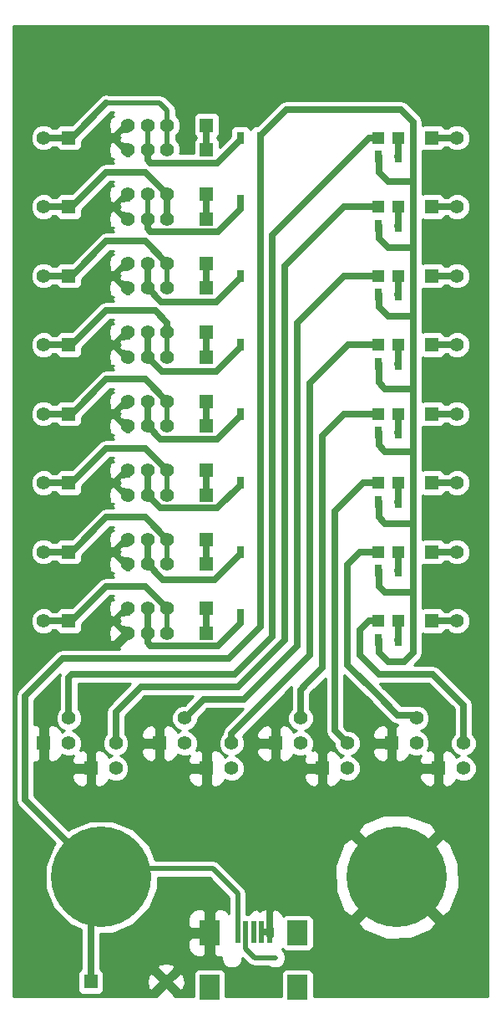
<source format=gtl>
%FSLAX46Y46*%
G04 Gerber Fmt 4.6, Leading zero omitted, Abs format (unit mm)*
G04 Created by KiCad (PCBNEW (2014-jul-16 BZR unknown)-product) date lun 15 sep 2014 11:32:51 CEST*
%MOMM*%
G01*
G04 APERTURE LIST*
%ADD10C,0.150000*%
%ADD11C,10.160000*%
%ADD12R,1.198880X1.198880*%
%ADD13R,1.397000X1.397000*%
%ADD14C,1.397000*%
%ADD15R,0.500380X2.301240*%
%ADD16R,1.998980X2.499360*%
%ADD17R,0.800100X1.198880*%
%ADD18C,0.635000*%
%ADD19C,0.508000*%
%ADD20C,0.254000*%
G04 APERTURE END LIST*
D10*
D11*
X114554000Y-147193000D03*
X84582000Y-147193000D03*
D12*
X114714020Y-72390000D03*
X112615980Y-72390000D03*
X114714020Y-79375000D03*
X112615980Y-79375000D03*
X114714020Y-86360000D03*
X112615980Y-86360000D03*
X114714020Y-93345000D03*
X112615980Y-93345000D03*
X114714020Y-100330000D03*
X112615980Y-100330000D03*
X114714020Y-107315000D03*
X112615980Y-107315000D03*
X114714020Y-114300000D03*
X112615980Y-114300000D03*
X114714020Y-121285000D03*
X112615980Y-121285000D03*
D13*
X83502500Y-157797500D03*
D14*
X91122500Y-157797500D03*
D15*
X98412300Y-152760680D03*
X99212400Y-152760680D03*
X100012500Y-152760680D03*
X100812600Y-152760680D03*
X101612700Y-152760680D03*
D16*
X95562420Y-152859740D03*
X95562420Y-158358840D03*
X104462580Y-152859740D03*
X104462580Y-158358840D03*
D13*
X118110000Y-72390000D03*
D14*
X120650000Y-72390000D03*
D13*
X118110000Y-79375000D03*
D14*
X120650000Y-79375000D03*
D13*
X118110000Y-86360000D03*
D14*
X120650000Y-86360000D03*
D13*
X118110000Y-93345000D03*
D14*
X120650000Y-93345000D03*
D13*
X118110000Y-100330000D03*
D14*
X120650000Y-100330000D03*
D13*
X118110000Y-107315000D03*
D14*
X120650000Y-107315000D03*
D13*
X118110000Y-114300000D03*
D14*
X120650000Y-114300000D03*
D13*
X118110000Y-121285000D03*
D14*
X120650000Y-121285000D03*
D13*
X81280000Y-72390000D03*
D14*
X78740000Y-72390000D03*
D13*
X81280000Y-79375000D03*
D14*
X78740000Y-79375000D03*
D13*
X81280000Y-86360000D03*
D14*
X78740000Y-86360000D03*
D13*
X81280000Y-93345000D03*
D14*
X78740000Y-93345000D03*
D13*
X81280000Y-100330000D03*
D14*
X78740000Y-100330000D03*
D13*
X81280000Y-107315000D03*
D14*
X78740000Y-107315000D03*
D13*
X81280000Y-114300000D03*
D14*
X78740000Y-114300000D03*
D13*
X81280000Y-121285000D03*
D14*
X78740000Y-121285000D03*
D13*
X78740000Y-133667500D03*
D14*
X81280000Y-133667500D03*
X81280000Y-131127500D03*
D13*
X83502500Y-136207500D03*
D14*
X86042500Y-136207500D03*
X86042500Y-133667500D03*
D13*
X90487500Y-133667500D03*
D14*
X93027500Y-133667500D03*
X93027500Y-131127500D03*
D13*
X95250000Y-136207500D03*
D14*
X97790000Y-136207500D03*
X97790000Y-133667500D03*
D13*
X102235000Y-133667500D03*
D14*
X104775000Y-133667500D03*
X104775000Y-131127500D03*
D13*
X106997500Y-136207500D03*
D14*
X109537500Y-136207500D03*
X109537500Y-133667500D03*
D13*
X113982500Y-133667500D03*
D14*
X116522500Y-133667500D03*
X116522500Y-131127500D03*
D13*
X118745000Y-136207500D03*
D14*
X121285000Y-136207500D03*
X121285000Y-133667500D03*
D17*
X112664240Y-74295000D03*
X114665760Y-74295000D03*
X112664240Y-81280000D03*
X114665760Y-81280000D03*
X112664240Y-88265000D03*
X114665760Y-88265000D03*
X112664240Y-95250000D03*
X114665760Y-95250000D03*
X112664240Y-102235000D03*
X114665760Y-102235000D03*
X112664240Y-109220000D03*
X114665760Y-109220000D03*
X112664240Y-116205000D03*
X114665760Y-116205000D03*
X112664240Y-123190000D03*
X114665760Y-123190000D03*
X100695760Y-72390000D03*
X98694240Y-72390000D03*
X100695760Y-78740000D03*
X98694240Y-78740000D03*
X100695760Y-86360000D03*
X98694240Y-86360000D03*
X100695760Y-93345000D03*
X98694240Y-93345000D03*
X100695760Y-100330000D03*
X98694240Y-100330000D03*
X100695760Y-107315000D03*
X98694240Y-107315000D03*
X100695760Y-114300000D03*
X98694240Y-114300000D03*
X100695760Y-120650000D03*
X98694240Y-120650000D03*
D13*
X95250000Y-71120000D03*
D14*
X91250000Y-71120000D03*
X89250000Y-71120000D03*
X87250000Y-71120000D03*
D13*
X95250000Y-73620000D03*
D14*
X91250000Y-73620000D03*
X89250000Y-73620000D03*
X87250000Y-73620000D03*
D13*
X95250000Y-78105000D03*
D14*
X91250000Y-78105000D03*
X89250000Y-78105000D03*
X87250000Y-78105000D03*
D13*
X95250000Y-80605000D03*
D14*
X91250000Y-80605000D03*
X89250000Y-80605000D03*
X87250000Y-80605000D03*
D13*
X95250000Y-85090000D03*
D14*
X91250000Y-85090000D03*
X89250000Y-85090000D03*
X87250000Y-85090000D03*
D13*
X95250000Y-87590000D03*
D14*
X91250000Y-87590000D03*
X89250000Y-87590000D03*
X87250000Y-87590000D03*
D13*
X95250000Y-92075000D03*
D14*
X91250000Y-92075000D03*
X89250000Y-92075000D03*
X87250000Y-92075000D03*
D13*
X95250000Y-94575000D03*
D14*
X91250000Y-94575000D03*
X89250000Y-94575000D03*
X87250000Y-94575000D03*
D13*
X95250000Y-99060000D03*
D14*
X91250000Y-99060000D03*
X89250000Y-99060000D03*
X87250000Y-99060000D03*
D13*
X95250000Y-101560000D03*
D14*
X91250000Y-101560000D03*
X89250000Y-101560000D03*
X87250000Y-101560000D03*
D13*
X95250000Y-106045000D03*
D14*
X91250000Y-106045000D03*
X89250000Y-106045000D03*
X87250000Y-106045000D03*
D13*
X95250000Y-108545000D03*
D14*
X91250000Y-108545000D03*
X89250000Y-108545000D03*
X87250000Y-108545000D03*
D13*
X95250000Y-113030000D03*
D14*
X91250000Y-113030000D03*
X89250000Y-113030000D03*
X87250000Y-113030000D03*
D13*
X95250000Y-115530000D03*
D14*
X91250000Y-115530000D03*
X89250000Y-115530000D03*
X87250000Y-115530000D03*
D13*
X95250000Y-120015000D03*
D14*
X91250000Y-120015000D03*
X89250000Y-120015000D03*
X87250000Y-120015000D03*
D13*
X95250000Y-122515000D03*
D14*
X91250000Y-122515000D03*
X89250000Y-122515000D03*
X87250000Y-122515000D03*
D18*
X83820000Y-146367500D02*
X83502500Y-146685000D01*
X83502500Y-146685000D02*
X83502500Y-157797500D01*
X100695760Y-120650000D02*
X100695760Y-121884440D01*
X100695760Y-121884440D02*
X97485200Y-125095000D01*
X97485200Y-125095000D02*
X80645000Y-125095000D01*
X80645000Y-125095000D02*
X76835000Y-128905000D01*
X76835000Y-139382500D02*
X83820000Y-146367500D01*
X76835000Y-128905000D02*
X76835000Y-139382500D01*
X83820000Y-146367500D02*
X84709000Y-146367500D01*
X100695760Y-114300000D02*
X100695760Y-115534440D01*
X100695760Y-115534440D02*
X100695760Y-120650000D01*
X100695760Y-107315000D02*
X100695760Y-108549440D01*
X100695760Y-108549440D02*
X100695760Y-114300000D01*
X100695760Y-100330000D02*
X100695760Y-101564440D01*
X100695760Y-101564440D02*
X100695760Y-107315000D01*
X100695760Y-86360000D02*
X100695760Y-100330000D01*
X100695760Y-86360000D02*
X100695760Y-93345000D01*
X100695760Y-78740000D02*
X100695760Y-86360000D01*
X100695760Y-72390000D02*
X100695760Y-73624440D01*
X100695760Y-73624440D02*
X100695760Y-78740000D01*
X116205000Y-76835000D02*
X116205000Y-70802500D01*
X116205000Y-70802500D02*
X114935000Y-69532500D01*
X114935000Y-69532500D02*
X103353870Y-69532500D01*
X103353870Y-69532500D02*
X100695760Y-72190610D01*
X100695760Y-72190610D02*
X100695760Y-72390000D01*
D19*
X98412300Y-152760680D02*
X98412300Y-148894800D01*
X95885000Y-146367500D02*
X84709000Y-146367500D01*
X98412300Y-148894800D02*
X95885000Y-146367500D01*
D18*
X112712500Y-74295000D02*
X112712500Y-75882500D01*
X113665000Y-76835000D02*
X116205000Y-76835000D01*
X112712500Y-75882500D02*
X113665000Y-76835000D01*
X112712500Y-81280000D02*
X112712500Y-82550000D01*
X113665000Y-83502500D02*
X116205000Y-83502500D01*
X112712500Y-82550000D02*
X113665000Y-83502500D01*
X112712500Y-88265000D02*
X112712500Y-89535000D01*
X113665000Y-90487500D02*
X116205000Y-90487500D01*
X112712500Y-89535000D02*
X113665000Y-90487500D01*
X112712500Y-95250000D02*
X112712500Y-97155000D01*
X113347500Y-97790000D02*
X116205000Y-97790000D01*
X112712500Y-97155000D02*
X113347500Y-97790000D01*
X116205000Y-97790000D02*
X115887500Y-97790000D01*
X115887500Y-97790000D02*
X116205000Y-97790000D01*
X112712500Y-102235000D02*
X112712500Y-103505000D01*
X113347500Y-104140000D02*
X116205000Y-104140000D01*
X112712500Y-103505000D02*
X113347500Y-104140000D01*
X112712500Y-109220000D02*
X112712500Y-110807500D01*
X113347500Y-111442500D02*
X116205000Y-111442500D01*
X112712500Y-110807500D02*
X113347500Y-111442500D01*
X112712500Y-116205000D02*
X112712500Y-117792500D01*
X113347500Y-118427500D02*
X116205000Y-118427500D01*
X112712500Y-117792500D02*
X113347500Y-118427500D01*
X112712500Y-124460000D02*
X113665000Y-125412500D01*
X113665000Y-125412500D02*
X115252500Y-125412500D01*
X115252500Y-125412500D02*
X116205000Y-124460000D01*
X112712500Y-124460000D02*
X112712500Y-123190000D01*
X116205000Y-76835000D02*
X116205000Y-83502500D01*
X116205000Y-83502500D02*
X116205000Y-90487500D01*
X116205000Y-90487500D02*
X116205000Y-97790000D01*
X116205000Y-97790000D02*
X116205000Y-104140000D01*
X116205000Y-104140000D02*
X116205000Y-111442500D01*
X116205000Y-111442500D02*
X116205000Y-118427500D01*
X116205000Y-118427500D02*
X116205000Y-124460000D01*
X101612700Y-152760680D02*
X101612700Y-149872700D01*
X101612700Y-152760680D02*
X101112320Y-152760680D01*
X114714020Y-72390000D02*
X114714020Y-74198480D01*
X114714020Y-74198480D02*
X114617500Y-74295000D01*
X112615980Y-72390000D02*
X111760000Y-72390000D01*
X111760000Y-72390000D02*
X101917500Y-82232500D01*
X98107500Y-126682500D02*
X81597500Y-126682500D01*
X101917500Y-82232500D02*
X101917500Y-122872500D01*
X81597500Y-126682500D02*
X81280000Y-127000000D01*
X101917500Y-122872500D02*
X98107500Y-126682500D01*
X81280000Y-127000000D02*
X81280000Y-131127500D01*
X114714020Y-79375000D02*
X114714020Y-81183480D01*
X114714020Y-81183480D02*
X114617500Y-81280000D01*
X86042500Y-133667500D02*
X86042500Y-130492500D01*
X88582500Y-127952500D02*
X98425000Y-127952500D01*
X86042500Y-130492500D02*
X88582500Y-127952500D01*
X98425000Y-127952500D02*
X103187500Y-123190000D01*
X103187500Y-123190000D02*
X103187500Y-85407500D01*
X103187500Y-85407500D02*
X109220000Y-79375000D01*
X109220000Y-79375000D02*
X112615980Y-79375000D01*
X114714020Y-86360000D02*
X114714020Y-88168480D01*
X114714020Y-88168480D02*
X114617500Y-88265000D01*
X93345000Y-131127500D02*
X93345000Y-130810000D01*
X93345000Y-130810000D02*
X94932500Y-129222500D01*
X94932500Y-129222500D02*
X99060000Y-129222500D01*
X99060000Y-129222500D02*
X104457500Y-123825000D01*
X104457500Y-123825000D02*
X104457500Y-91122500D01*
X109220000Y-86360000D02*
X112615980Y-86360000D01*
X104457500Y-91122500D02*
X109220000Y-86360000D01*
X114714020Y-93345000D02*
X114714020Y-95153480D01*
X114714020Y-95153480D02*
X114617500Y-95250000D01*
X97790000Y-133667500D02*
X97790000Y-132715000D01*
X97790000Y-132715000D02*
X105727500Y-124777500D01*
X105727500Y-124777500D02*
X105727500Y-97218500D01*
X105727500Y-97218500D02*
X109601000Y-93345000D01*
X109601000Y-93345000D02*
X112615980Y-93345000D01*
X114714020Y-100330000D02*
X114714020Y-102138480D01*
X114714020Y-102138480D02*
X114617500Y-102235000D01*
X105410000Y-127635000D02*
X104775000Y-128270000D01*
X105410000Y-127635000D02*
X106997500Y-126047500D01*
X106997500Y-126047500D02*
X106997500Y-104775000D01*
X106997500Y-104775000D02*
X106997500Y-102552500D01*
X106997500Y-102552500D02*
X109220000Y-100330000D01*
X112615980Y-100330000D02*
X109220000Y-100330000D01*
X104775000Y-128270000D02*
X104775000Y-131127500D01*
X114714020Y-107315000D02*
X114714020Y-109123480D01*
X114714020Y-109123480D02*
X114617500Y-109220000D01*
X108267500Y-129857500D02*
X108267500Y-132397500D01*
X108267500Y-129857500D02*
X108267500Y-110172500D01*
X108267500Y-110172500D02*
X111125000Y-107315000D01*
X112615980Y-107315000D02*
X111125000Y-107315000D01*
X108267500Y-132397500D02*
X109537500Y-133667500D01*
X114714020Y-114300000D02*
X114714020Y-116108480D01*
X114714020Y-116108480D02*
X114617500Y-116205000D01*
X112395000Y-128587500D02*
X114617500Y-130810000D01*
X112615980Y-114300000D02*
X110807500Y-114300000D01*
X109537500Y-115570000D02*
X110807500Y-114300000D01*
X109537500Y-125730000D02*
X109537500Y-115570000D01*
X112395000Y-128587500D02*
X109537500Y-125730000D01*
X116205000Y-130810000D02*
X116522500Y-131127500D01*
X114617500Y-130810000D02*
X116205000Y-130810000D01*
X114714020Y-121285000D02*
X114714020Y-123093480D01*
X114714020Y-123093480D02*
X114617500Y-123190000D01*
X112615980Y-121285000D02*
X111760000Y-121285000D01*
X111760000Y-121285000D02*
X110807500Y-122237500D01*
X110807500Y-122237500D02*
X110807500Y-124777500D01*
X110807500Y-124777500D02*
X112712500Y-126682500D01*
X112712500Y-126682500D02*
X118173500Y-126682500D01*
X118173500Y-126682500D02*
X121285000Y-129794000D01*
X121285000Y-129794000D02*
X121285000Y-133667500D01*
D19*
X99212400Y-152760680D02*
X99212400Y-154457400D01*
X100114100Y-155359100D02*
X102212140Y-155359100D01*
X99212400Y-154457400D02*
X100114100Y-155359100D01*
D18*
X118110000Y-72390000D02*
X120650000Y-72390000D01*
X120650000Y-79375000D02*
X118110000Y-79375000D01*
X118110000Y-86360000D02*
X120650000Y-86360000D01*
X120650000Y-93345000D02*
X118110000Y-93345000D01*
X118110000Y-100330000D02*
X120650000Y-100330000D01*
X118110000Y-107315000D02*
X120650000Y-107315000D01*
X118110000Y-114300000D02*
X120650000Y-114300000D01*
X120650000Y-121285000D02*
X118110000Y-121285000D01*
D19*
X90487500Y-68897500D02*
X91250000Y-69660000D01*
X91250000Y-69660000D02*
X91250000Y-71120000D01*
X85090000Y-68897500D02*
X90487500Y-68897500D01*
D18*
X81280000Y-72390000D02*
X81597500Y-72390000D01*
X81597500Y-72390000D02*
X85090000Y-68897500D01*
X78740000Y-72390000D02*
X81280000Y-72390000D01*
D19*
X91250000Y-71120000D02*
X91250000Y-73620000D01*
D18*
X85090000Y-75882500D02*
X89027500Y-75882500D01*
X89027500Y-75882500D02*
X91250000Y-78105000D01*
X81280000Y-79375000D02*
X81597500Y-79375000D01*
X81597500Y-79375000D02*
X85090000Y-75882500D01*
X78740000Y-79375000D02*
X81280000Y-79375000D01*
X91250000Y-78105000D02*
X91250000Y-80605000D01*
X85090000Y-82867500D02*
X89027500Y-82867500D01*
X89027500Y-82867500D02*
X91250000Y-85090000D01*
X81280000Y-86360000D02*
X81597500Y-86360000D01*
X81597500Y-86360000D02*
X85090000Y-82867500D01*
X78740000Y-86360000D02*
X81280000Y-86360000D01*
D19*
X91250000Y-85090000D02*
X91250000Y-87590000D01*
D18*
X91250000Y-92075000D02*
X91250000Y-91087172D01*
X91250000Y-91087172D02*
X90015328Y-89852500D01*
X90015328Y-89852500D02*
X85090000Y-89852500D01*
X81280000Y-93345000D02*
X81597500Y-93345000D01*
X81597500Y-93345000D02*
X85090000Y-89852500D01*
X78740000Y-93345000D02*
X81280000Y-93345000D01*
D19*
X91250000Y-92075000D02*
X91250000Y-94575000D01*
D18*
X85090000Y-96837500D02*
X89027500Y-96837500D01*
X89027500Y-96837500D02*
X91250000Y-99060000D01*
X81280000Y-100330000D02*
X81597500Y-100330000D01*
X81597500Y-100330000D02*
X85090000Y-96837500D01*
X78740000Y-100330000D02*
X81280000Y-100330000D01*
D19*
X91250000Y-99060000D02*
X91250000Y-101560000D01*
D18*
X85090000Y-103822500D02*
X89027500Y-103822500D01*
X89027500Y-103822500D02*
X91250000Y-106045000D01*
D19*
X91250000Y-106045000D02*
X91250000Y-108545000D01*
D18*
X81280000Y-107315000D02*
X81597500Y-107315000D01*
X81597500Y-107315000D02*
X85090000Y-103822500D01*
X78740000Y-107315000D02*
X81280000Y-107315000D01*
X85090000Y-110807500D02*
X89027500Y-110807500D01*
X89027500Y-110807500D02*
X91250000Y-113030000D01*
X81280000Y-114300000D02*
X81597500Y-114300000D01*
X81597500Y-114300000D02*
X85090000Y-110807500D01*
X78740000Y-114300000D02*
X81280000Y-114300000D01*
D19*
X91250000Y-113030000D02*
X91250000Y-115530000D01*
D18*
X85090000Y-117792500D02*
X88907102Y-117792500D01*
X81280000Y-121285000D02*
X81597500Y-121285000D01*
X81597500Y-121285000D02*
X85090000Y-117792500D01*
X78740000Y-121285000D02*
X81280000Y-121285000D01*
D19*
X91250000Y-120015000D02*
X91250000Y-122515000D01*
D18*
X89027500Y-117792500D02*
X91250000Y-120015000D01*
D20*
X88907102Y-117792500D02*
X89027500Y-117792500D01*
D19*
X89250000Y-71120000D02*
X89250000Y-73620000D01*
D18*
X89250000Y-74607828D02*
X89572172Y-74930000D01*
X89250000Y-73620000D02*
X89250000Y-74607828D01*
D20*
X98694240Y-72589390D02*
X98694240Y-72390000D01*
D18*
X96353630Y-74930000D02*
X98694240Y-72589390D01*
X89572172Y-74930000D02*
X96353630Y-74930000D01*
D19*
X89250000Y-78105000D02*
X89250000Y-80605000D01*
D18*
X89250000Y-81592828D02*
X89572172Y-81915000D01*
X89250000Y-80605000D02*
X89250000Y-81592828D01*
X98694240Y-79593440D02*
X98694240Y-78740000D01*
X96372680Y-81915000D02*
X98694240Y-79593440D01*
X89572172Y-81915000D02*
X96372680Y-81915000D01*
D20*
X89948499Y-88288499D02*
X89948499Y-88297499D01*
D18*
X89250000Y-87590000D02*
X89948499Y-88288499D01*
X89948499Y-88297499D02*
X90678000Y-89027000D01*
D20*
X98694240Y-86559390D02*
X98694240Y-86360000D01*
D18*
X96226630Y-89027000D02*
X98694240Y-86559390D01*
X90678000Y-89027000D02*
X96226630Y-89027000D01*
X89250000Y-85090000D02*
X89250000Y-87590000D01*
X89250000Y-92075000D02*
X89250000Y-94575000D01*
D20*
X98694240Y-93544390D02*
X98694240Y-93345000D01*
D18*
X96226630Y-96012000D02*
X98694240Y-93544390D01*
X90687000Y-96012000D02*
X96226630Y-96012000D01*
X89250000Y-94575000D02*
X90687000Y-96012000D01*
X89250000Y-99060000D02*
X89250000Y-101560000D01*
D20*
X89948499Y-102258499D02*
X89948499Y-102267499D01*
D18*
X89250000Y-101560000D02*
X89948499Y-102258499D01*
X89948499Y-102267499D02*
X90551000Y-102870000D01*
D20*
X98694240Y-100529390D02*
X98694240Y-100330000D01*
D18*
X96353630Y-102870000D02*
X98694240Y-100529390D01*
X90551000Y-102870000D02*
X96353630Y-102870000D01*
X89250000Y-106045000D02*
X89250000Y-108545000D01*
D20*
X89948499Y-109243499D02*
X89948499Y-109252499D01*
D18*
X89250000Y-108545000D02*
X89948499Y-109243499D01*
X89948499Y-109252499D02*
X90551000Y-109855000D01*
D20*
X98694240Y-107514390D02*
X98694240Y-107315000D01*
D18*
X96353630Y-109855000D02*
X98694240Y-107514390D01*
X90551000Y-109855000D02*
X96353630Y-109855000D01*
X89250000Y-113030000D02*
X89250000Y-115530000D01*
D20*
X89948499Y-116228499D02*
X89948499Y-116237499D01*
D18*
X89250000Y-115530000D02*
X89948499Y-116228499D01*
X89948499Y-116237499D02*
X90805000Y-117094000D01*
D20*
X98694240Y-114499390D02*
X98694240Y-114300000D01*
D18*
X96099630Y-117094000D02*
X98694240Y-114499390D01*
X90805000Y-117094000D02*
X96099630Y-117094000D01*
X89250000Y-120015000D02*
X89250000Y-122515000D01*
X89250000Y-123502828D02*
X89572172Y-123825000D01*
X89250000Y-122515000D02*
X89250000Y-123502828D01*
X98694240Y-121503440D02*
X98694240Y-120650000D01*
X96372680Y-123825000D02*
X98694240Y-121503440D01*
X89572172Y-123825000D02*
X96372680Y-123825000D01*
X95250000Y-71120000D02*
X95250000Y-73620000D01*
X95250000Y-78105000D02*
X95250000Y-80605000D01*
X95250000Y-85090000D02*
X95250000Y-87590000D01*
X95250000Y-92075000D02*
X95250000Y-94575000D01*
X95250000Y-99060000D02*
X95250000Y-101560000D01*
X95250000Y-106045000D02*
X95250000Y-108545000D01*
X95250000Y-113030000D02*
X95250000Y-115530000D01*
X95250000Y-120015000D02*
X95250000Y-122515000D01*
D20*
G36*
X101862890Y-153173680D02*
X101737795Y-153173680D01*
X101487605Y-153173680D01*
X101362510Y-153173680D01*
X101362510Y-152347680D01*
X101487605Y-152347680D01*
X101737795Y-152347680D01*
X101862890Y-152347680D01*
X101862890Y-153173680D01*
X101862890Y-153173680D01*
G37*
X101862890Y-153173680D02*
X101737795Y-153173680D01*
X101487605Y-153173680D01*
X101362510Y-153173680D01*
X101362510Y-152347680D01*
X101487605Y-152347680D01*
X101737795Y-152347680D01*
X101862890Y-152347680D01*
X101862890Y-153173680D01*
G36*
X123750000Y-159310000D02*
X122618731Y-159310000D01*
X122618731Y-135943414D01*
X122416146Y-135453120D01*
X122041353Y-135077673D01*
X121703553Y-134937406D01*
X122039380Y-134798646D01*
X122414827Y-134423853D01*
X122618268Y-133933913D01*
X122618731Y-133403414D01*
X122416146Y-132913120D01*
X122237500Y-132734162D01*
X122237500Y-129794000D01*
X122164995Y-129429494D01*
X121958519Y-129120481D01*
X121958519Y-129120480D01*
X118847019Y-126008981D01*
X118538006Y-125802505D01*
X118173500Y-125730000D01*
X116282038Y-125730000D01*
X116878519Y-125133520D01*
X116878519Y-125133519D01*
X117084995Y-124824506D01*
X117157499Y-124460000D01*
X117157500Y-124460000D01*
X117157500Y-122565609D01*
X117285190Y-122618500D01*
X117537809Y-122618500D01*
X118934809Y-122618500D01*
X119168198Y-122521827D01*
X119346827Y-122343199D01*
X119390609Y-122237500D01*
X119716628Y-122237500D01*
X119893647Y-122414827D01*
X120383587Y-122618268D01*
X120914086Y-122618731D01*
X121404380Y-122416146D01*
X121779827Y-122041353D01*
X121983268Y-121551413D01*
X121983731Y-121020914D01*
X121781146Y-120530620D01*
X121406353Y-120155173D01*
X120916413Y-119951732D01*
X120385914Y-119951269D01*
X119895620Y-120153854D01*
X119716662Y-120332500D01*
X119390608Y-120332500D01*
X119346827Y-120226802D01*
X119168199Y-120048173D01*
X118934810Y-119951500D01*
X118682191Y-119951500D01*
X117285191Y-119951500D01*
X117157500Y-120004391D01*
X117157500Y-118427500D01*
X117157500Y-115580609D01*
X117285190Y-115633500D01*
X117537809Y-115633500D01*
X118934809Y-115633500D01*
X119168198Y-115536827D01*
X119346827Y-115358199D01*
X119390609Y-115252500D01*
X119716628Y-115252500D01*
X119893647Y-115429827D01*
X120383587Y-115633268D01*
X120914086Y-115633731D01*
X121404380Y-115431146D01*
X121779827Y-115056353D01*
X121983268Y-114566413D01*
X121983731Y-114035914D01*
X121781146Y-113545620D01*
X121406353Y-113170173D01*
X120916413Y-112966732D01*
X120385914Y-112966269D01*
X119895620Y-113168854D01*
X119716662Y-113347500D01*
X119390608Y-113347500D01*
X119346827Y-113241802D01*
X119168199Y-113063173D01*
X118934810Y-112966500D01*
X118682191Y-112966500D01*
X117285191Y-112966500D01*
X117157500Y-113019391D01*
X117157500Y-111442500D01*
X117157500Y-108595609D01*
X117285190Y-108648500D01*
X117537809Y-108648500D01*
X118934809Y-108648500D01*
X119168198Y-108551827D01*
X119346827Y-108373199D01*
X119390609Y-108267500D01*
X119716628Y-108267500D01*
X119893647Y-108444827D01*
X120383587Y-108648268D01*
X120914086Y-108648731D01*
X121404380Y-108446146D01*
X121779827Y-108071353D01*
X121983268Y-107581413D01*
X121983731Y-107050914D01*
X121781146Y-106560620D01*
X121406353Y-106185173D01*
X120916413Y-105981732D01*
X120385914Y-105981269D01*
X119895620Y-106183854D01*
X119716662Y-106362500D01*
X119390608Y-106362500D01*
X119346827Y-106256802D01*
X119168199Y-106078173D01*
X118934810Y-105981500D01*
X118682191Y-105981500D01*
X117285191Y-105981500D01*
X117157500Y-106034391D01*
X117157500Y-104140000D01*
X117157500Y-101610609D01*
X117285190Y-101663500D01*
X117537809Y-101663500D01*
X118934809Y-101663500D01*
X119168198Y-101566827D01*
X119346827Y-101388199D01*
X119390609Y-101282500D01*
X119716628Y-101282500D01*
X119893647Y-101459827D01*
X120383587Y-101663268D01*
X120914086Y-101663731D01*
X121404380Y-101461146D01*
X121779827Y-101086353D01*
X121983268Y-100596413D01*
X121983731Y-100065914D01*
X121781146Y-99575620D01*
X121406353Y-99200173D01*
X120916413Y-98996732D01*
X120385914Y-98996269D01*
X119895620Y-99198854D01*
X119716662Y-99377500D01*
X119390608Y-99377500D01*
X119346827Y-99271802D01*
X119168199Y-99093173D01*
X118934810Y-98996500D01*
X118682191Y-98996500D01*
X117285191Y-98996500D01*
X117157500Y-99049391D01*
X117157500Y-97790000D01*
X117157500Y-94625609D01*
X117285190Y-94678500D01*
X117537809Y-94678500D01*
X118934809Y-94678500D01*
X119168198Y-94581827D01*
X119346827Y-94403199D01*
X119390609Y-94297500D01*
X119716628Y-94297500D01*
X119893647Y-94474827D01*
X120383587Y-94678268D01*
X120914086Y-94678731D01*
X121404380Y-94476146D01*
X121779827Y-94101353D01*
X121983268Y-93611413D01*
X121983731Y-93080914D01*
X121781146Y-92590620D01*
X121406353Y-92215173D01*
X120916413Y-92011732D01*
X120385914Y-92011269D01*
X119895620Y-92213854D01*
X119716662Y-92392500D01*
X119390608Y-92392500D01*
X119346827Y-92286802D01*
X119168199Y-92108173D01*
X118934810Y-92011500D01*
X118682191Y-92011500D01*
X117285191Y-92011500D01*
X117157500Y-92064391D01*
X117157500Y-90487500D01*
X117157500Y-87640609D01*
X117285190Y-87693500D01*
X117537809Y-87693500D01*
X118934809Y-87693500D01*
X119168198Y-87596827D01*
X119346827Y-87418199D01*
X119390609Y-87312500D01*
X119716628Y-87312500D01*
X119893647Y-87489827D01*
X120383587Y-87693268D01*
X120914086Y-87693731D01*
X121404380Y-87491146D01*
X121779827Y-87116353D01*
X121983268Y-86626413D01*
X121983731Y-86095914D01*
X121781146Y-85605620D01*
X121406353Y-85230173D01*
X120916413Y-85026732D01*
X120385914Y-85026269D01*
X119895620Y-85228854D01*
X119716662Y-85407500D01*
X119390608Y-85407500D01*
X119346827Y-85301802D01*
X119168199Y-85123173D01*
X118934810Y-85026500D01*
X118682191Y-85026500D01*
X117285191Y-85026500D01*
X117157500Y-85079391D01*
X117157500Y-83502500D01*
X117157500Y-80655609D01*
X117285190Y-80708500D01*
X117537809Y-80708500D01*
X118934809Y-80708500D01*
X119168198Y-80611827D01*
X119346827Y-80433199D01*
X119390609Y-80327500D01*
X119716628Y-80327500D01*
X119893647Y-80504827D01*
X120383587Y-80708268D01*
X120914086Y-80708731D01*
X121404380Y-80506146D01*
X121779827Y-80131353D01*
X121983268Y-79641413D01*
X121983731Y-79110914D01*
X121781146Y-78620620D01*
X121406353Y-78245173D01*
X120916413Y-78041732D01*
X120385914Y-78041269D01*
X119895620Y-78243854D01*
X119716662Y-78422500D01*
X119390608Y-78422500D01*
X119346827Y-78316802D01*
X119168199Y-78138173D01*
X118934810Y-78041500D01*
X118682191Y-78041500D01*
X117285191Y-78041500D01*
X117157500Y-78094391D01*
X117157500Y-76835000D01*
X117157500Y-73670609D01*
X117285190Y-73723500D01*
X117537809Y-73723500D01*
X118934809Y-73723500D01*
X119168198Y-73626827D01*
X119346827Y-73448199D01*
X119390609Y-73342500D01*
X119716628Y-73342500D01*
X119893647Y-73519827D01*
X120383587Y-73723268D01*
X120914086Y-73723731D01*
X121404380Y-73521146D01*
X121779827Y-73146353D01*
X121983268Y-72656413D01*
X121983731Y-72125914D01*
X121781146Y-71635620D01*
X121406353Y-71260173D01*
X120916413Y-71056732D01*
X120385914Y-71056269D01*
X119895620Y-71258854D01*
X119716662Y-71437500D01*
X119390608Y-71437500D01*
X119346827Y-71331802D01*
X119168199Y-71153173D01*
X118934810Y-71056500D01*
X118682191Y-71056500D01*
X117285191Y-71056500D01*
X117157500Y-71109391D01*
X117157500Y-70802500D01*
X117084995Y-70437994D01*
X116878519Y-70128981D01*
X115608519Y-68858981D01*
X115299506Y-68652505D01*
X114935000Y-68580000D01*
X103353870Y-68580000D01*
X102989364Y-68652505D01*
X102680351Y-68858981D01*
X100383772Y-71155560D01*
X100169401Y-71155560D01*
X99936012Y-71252233D01*
X99757383Y-71430861D01*
X99694999Y-71581467D01*
X99632617Y-71430862D01*
X99453989Y-71252233D01*
X99220600Y-71155560D01*
X98967981Y-71155560D01*
X98167881Y-71155560D01*
X97934492Y-71252233D01*
X97755863Y-71430861D01*
X97659190Y-71664250D01*
X97659190Y-71916869D01*
X97659190Y-72277402D01*
X96583500Y-73353092D01*
X96583500Y-72795191D01*
X96486827Y-72561802D01*
X96308199Y-72383173D01*
X96276396Y-72369999D01*
X96308198Y-72356827D01*
X96486827Y-72178199D01*
X96583500Y-71944810D01*
X96583500Y-71692191D01*
X96583500Y-70295191D01*
X96486827Y-70061802D01*
X96308199Y-69883173D01*
X96074810Y-69786500D01*
X95822191Y-69786500D01*
X94425191Y-69786500D01*
X94191802Y-69883173D01*
X94013173Y-70061801D01*
X93916500Y-70295190D01*
X93916500Y-70547809D01*
X93916500Y-71944809D01*
X94013173Y-72178198D01*
X94191801Y-72356827D01*
X94223603Y-72370000D01*
X94191802Y-72383173D01*
X94013173Y-72561801D01*
X93916500Y-72795190D01*
X93916500Y-73047809D01*
X93916500Y-73977500D01*
X92545445Y-73977500D01*
X92583268Y-73886413D01*
X92583731Y-73355914D01*
X92381146Y-72865620D01*
X92139000Y-72623051D01*
X92139000Y-72116760D01*
X92379827Y-71876353D01*
X92583268Y-71386413D01*
X92583731Y-70855914D01*
X92381146Y-70365620D01*
X92139000Y-70123051D01*
X92139000Y-69660000D01*
X92071329Y-69319795D01*
X92071329Y-69319794D01*
X91878618Y-69031382D01*
X91116118Y-68268882D01*
X90827706Y-68076171D01*
X90487500Y-68008500D01*
X85409234Y-68008500D01*
X85090000Y-67945000D01*
X84725494Y-68017505D01*
X84416481Y-68223981D01*
X81583962Y-71056500D01*
X80455191Y-71056500D01*
X80221802Y-71153173D01*
X80043173Y-71331801D01*
X79999390Y-71437500D01*
X79673371Y-71437500D01*
X79496353Y-71260173D01*
X79006413Y-71056732D01*
X78475914Y-71056269D01*
X77985620Y-71258854D01*
X77610173Y-71633647D01*
X77406732Y-72123587D01*
X77406269Y-72654086D01*
X77608854Y-73144380D01*
X77983647Y-73519827D01*
X78473587Y-73723268D01*
X79004086Y-73723731D01*
X79494380Y-73521146D01*
X79673337Y-73342500D01*
X79999391Y-73342500D01*
X80043173Y-73448198D01*
X80221801Y-73626827D01*
X80455190Y-73723500D01*
X80707809Y-73723500D01*
X82104809Y-73723500D01*
X82338198Y-73626827D01*
X82516827Y-73448199D01*
X82613500Y-73214810D01*
X82613500Y-72962191D01*
X82613500Y-72721038D01*
X85548038Y-69786500D01*
X85839441Y-69786500D01*
X85585934Y-70040007D01*
X85789013Y-70243086D01*
X85498538Y-70279185D01*
X85310094Y-71013444D01*
X85416983Y-71763925D01*
X85498538Y-71960815D01*
X85869206Y-72006879D01*
X86756086Y-71120000D01*
X86696865Y-71060779D01*
X87190779Y-70566865D01*
X87250000Y-70626086D01*
X87309220Y-70566865D01*
X87803134Y-71060779D01*
X87743914Y-71120000D01*
X87803134Y-71179220D01*
X87309220Y-71673134D01*
X87250000Y-71613914D01*
X87155131Y-71708782D01*
X86756086Y-71765617D01*
X86606075Y-71786983D01*
X86409185Y-71868538D01*
X86363121Y-72239206D01*
X86493914Y-72370000D01*
X86363121Y-72500794D01*
X86409185Y-72871462D01*
X87143444Y-73059906D01*
X87178786Y-73054872D01*
X87250000Y-73126086D01*
X87309220Y-73066865D01*
X87803134Y-73560779D01*
X87743914Y-73620000D01*
X87803134Y-73679220D01*
X87309220Y-74173134D01*
X87250000Y-74113914D01*
X87190779Y-74173134D01*
X86756086Y-73738441D01*
X86696865Y-73679220D01*
X86756086Y-73620000D01*
X85869206Y-72733121D01*
X85498538Y-72779185D01*
X85310094Y-73513444D01*
X85416983Y-74263925D01*
X85498538Y-74460815D01*
X85789013Y-74496913D01*
X85585934Y-74699993D01*
X85815941Y-74930000D01*
X85090000Y-74930000D01*
X84725494Y-75002505D01*
X84416481Y-75208981D01*
X81583962Y-78041500D01*
X80455191Y-78041500D01*
X80221802Y-78138173D01*
X80043173Y-78316801D01*
X79999390Y-78422500D01*
X79673371Y-78422500D01*
X79496353Y-78245173D01*
X79006413Y-78041732D01*
X78475914Y-78041269D01*
X77985620Y-78243854D01*
X77610173Y-78618647D01*
X77406732Y-79108587D01*
X77406269Y-79639086D01*
X77608854Y-80129380D01*
X77983647Y-80504827D01*
X78473587Y-80708268D01*
X79004086Y-80708731D01*
X79494380Y-80506146D01*
X79673337Y-80327500D01*
X79999391Y-80327500D01*
X80043173Y-80433198D01*
X80221801Y-80611827D01*
X80455190Y-80708500D01*
X80707809Y-80708500D01*
X82104809Y-80708500D01*
X82338198Y-80611827D01*
X82516827Y-80433199D01*
X82613500Y-80199810D01*
X82613500Y-79947191D01*
X82613500Y-79706038D01*
X85484538Y-76835000D01*
X85775941Y-76835000D01*
X85585934Y-77025007D01*
X85789013Y-77228086D01*
X85498538Y-77264185D01*
X85310094Y-77998444D01*
X85416983Y-78748925D01*
X85498538Y-78945815D01*
X85869206Y-78991879D01*
X86756086Y-78105000D01*
X86696865Y-78045779D01*
X87190779Y-77551865D01*
X87250000Y-77611086D01*
X87309220Y-77551865D01*
X87803134Y-78045779D01*
X87743914Y-78105000D01*
X87803134Y-78164220D01*
X87309220Y-78658134D01*
X87250000Y-78598914D01*
X87155131Y-78693782D01*
X86756086Y-78750617D01*
X86606075Y-78771983D01*
X86409185Y-78853538D01*
X86363121Y-79224206D01*
X86493914Y-79355000D01*
X86363121Y-79485794D01*
X86409185Y-79856462D01*
X87143444Y-80044906D01*
X87178786Y-80039872D01*
X87250000Y-80111086D01*
X87309220Y-80051865D01*
X87803134Y-80545779D01*
X87743914Y-80605000D01*
X87803134Y-80664220D01*
X87309220Y-81158134D01*
X87250000Y-81098914D01*
X87190779Y-81158134D01*
X86756086Y-80723441D01*
X86696865Y-80664220D01*
X86756086Y-80605000D01*
X85869206Y-79718121D01*
X85498538Y-79764185D01*
X85310094Y-80498444D01*
X85416983Y-81248925D01*
X85498538Y-81445815D01*
X85789013Y-81481913D01*
X85585934Y-81684993D01*
X85815941Y-81915000D01*
X85090000Y-81915000D01*
X84725494Y-81987505D01*
X84416481Y-82193981D01*
X81583962Y-85026500D01*
X80455191Y-85026500D01*
X80221802Y-85123173D01*
X80043173Y-85301801D01*
X79999390Y-85407500D01*
X79673371Y-85407500D01*
X79496353Y-85230173D01*
X79006413Y-85026732D01*
X78475914Y-85026269D01*
X77985620Y-85228854D01*
X77610173Y-85603647D01*
X77406732Y-86093587D01*
X77406269Y-86624086D01*
X77608854Y-87114380D01*
X77983647Y-87489827D01*
X78473587Y-87693268D01*
X79004086Y-87693731D01*
X79494380Y-87491146D01*
X79673337Y-87312500D01*
X79999391Y-87312500D01*
X80043173Y-87418198D01*
X80221801Y-87596827D01*
X80455190Y-87693500D01*
X80707809Y-87693500D01*
X82104809Y-87693500D01*
X82338198Y-87596827D01*
X82516827Y-87418199D01*
X82613500Y-87184810D01*
X82613500Y-86932191D01*
X82613500Y-86691038D01*
X85484538Y-83820000D01*
X85775941Y-83820000D01*
X85585934Y-84010007D01*
X85789013Y-84213086D01*
X85498538Y-84249185D01*
X85310094Y-84983444D01*
X85416983Y-85733925D01*
X85498538Y-85930815D01*
X85869206Y-85976879D01*
X86756086Y-85090000D01*
X86696865Y-85030779D01*
X87190779Y-84536865D01*
X87250000Y-84596086D01*
X87309220Y-84536865D01*
X87803134Y-85030779D01*
X87743914Y-85090000D01*
X87803134Y-85149220D01*
X87309220Y-85643134D01*
X87250000Y-85583914D01*
X87155131Y-85678782D01*
X86756086Y-85735617D01*
X86606075Y-85756983D01*
X86409185Y-85838538D01*
X86363121Y-86209206D01*
X86493914Y-86340000D01*
X86363121Y-86470794D01*
X86409185Y-86841462D01*
X87143444Y-87029906D01*
X87178786Y-87024872D01*
X87250000Y-87096086D01*
X87309220Y-87036865D01*
X87803134Y-87530779D01*
X87743914Y-87590000D01*
X87803134Y-87649220D01*
X87309220Y-88143134D01*
X87250000Y-88083914D01*
X87190779Y-88143134D01*
X86756086Y-87708441D01*
X86696865Y-87649220D01*
X86756086Y-87590000D01*
X85869206Y-86703121D01*
X85498538Y-86749185D01*
X85310094Y-87483444D01*
X85416983Y-88233925D01*
X85498538Y-88430815D01*
X85789013Y-88466913D01*
X85585934Y-88669993D01*
X85815941Y-88900000D01*
X85090000Y-88900000D01*
X84725494Y-88972505D01*
X84416481Y-89178981D01*
X81583962Y-92011500D01*
X80455191Y-92011500D01*
X80221802Y-92108173D01*
X80043173Y-92286801D01*
X79999390Y-92392500D01*
X79673371Y-92392500D01*
X79496353Y-92215173D01*
X79006413Y-92011732D01*
X78475914Y-92011269D01*
X77985620Y-92213854D01*
X77610173Y-92588647D01*
X77406732Y-93078587D01*
X77406269Y-93609086D01*
X77608854Y-94099380D01*
X77983647Y-94474827D01*
X78473587Y-94678268D01*
X79004086Y-94678731D01*
X79494380Y-94476146D01*
X79673337Y-94297500D01*
X79999391Y-94297500D01*
X80043173Y-94403198D01*
X80221801Y-94581827D01*
X80455190Y-94678500D01*
X80707809Y-94678500D01*
X82104809Y-94678500D01*
X82338198Y-94581827D01*
X82516827Y-94403199D01*
X82613500Y-94169810D01*
X82613500Y-93917191D01*
X82613500Y-93676038D01*
X85484538Y-90805000D01*
X85775941Y-90805000D01*
X85585934Y-90995007D01*
X85789013Y-91198086D01*
X85498538Y-91234185D01*
X85310094Y-91968444D01*
X85416983Y-92718925D01*
X85498538Y-92915815D01*
X85869206Y-92961879D01*
X86756086Y-92075000D01*
X86696865Y-92015779D01*
X87190779Y-91521865D01*
X87250000Y-91581086D01*
X87309220Y-91521865D01*
X87803134Y-92015779D01*
X87743914Y-92075000D01*
X87803134Y-92134220D01*
X87309220Y-92628134D01*
X87250000Y-92568914D01*
X87155131Y-92663782D01*
X86756086Y-92720617D01*
X86606075Y-92741983D01*
X86409185Y-92823538D01*
X86363121Y-93194206D01*
X86493914Y-93325000D01*
X86363121Y-93455794D01*
X86409185Y-93826462D01*
X87143444Y-94014906D01*
X87178786Y-94009872D01*
X87250000Y-94081086D01*
X87309220Y-94021865D01*
X87803134Y-94515779D01*
X87743914Y-94575000D01*
X87803134Y-94634220D01*
X87309220Y-95128134D01*
X87250000Y-95068914D01*
X87190779Y-95128134D01*
X86756086Y-94693441D01*
X86696865Y-94634220D01*
X86756086Y-94575000D01*
X85869206Y-93688121D01*
X85498538Y-93734185D01*
X85310094Y-94468444D01*
X85416983Y-95218925D01*
X85498538Y-95415815D01*
X85789013Y-95451913D01*
X85585934Y-95654993D01*
X85815941Y-95885000D01*
X85090000Y-95885000D01*
X84725494Y-95957505D01*
X84416481Y-96163981D01*
X81583962Y-98996500D01*
X80455191Y-98996500D01*
X80221802Y-99093173D01*
X80043173Y-99271801D01*
X79999390Y-99377500D01*
X79673371Y-99377500D01*
X79496353Y-99200173D01*
X79006413Y-98996732D01*
X78475914Y-98996269D01*
X77985620Y-99198854D01*
X77610173Y-99573647D01*
X77406732Y-100063587D01*
X77406269Y-100594086D01*
X77608854Y-101084380D01*
X77983647Y-101459827D01*
X78473587Y-101663268D01*
X79004086Y-101663731D01*
X79494380Y-101461146D01*
X79673337Y-101282500D01*
X79999391Y-101282500D01*
X80043173Y-101388198D01*
X80221801Y-101566827D01*
X80455190Y-101663500D01*
X80707809Y-101663500D01*
X82104809Y-101663500D01*
X82338198Y-101566827D01*
X82516827Y-101388199D01*
X82613500Y-101154810D01*
X82613500Y-100902191D01*
X82613500Y-100661038D01*
X85484538Y-97790000D01*
X85775941Y-97790000D01*
X85585934Y-97980007D01*
X85789013Y-98183086D01*
X85498538Y-98219185D01*
X85310094Y-98953444D01*
X85416983Y-99703925D01*
X85498538Y-99900815D01*
X85869206Y-99946879D01*
X86756086Y-99060000D01*
X86696865Y-99000779D01*
X87190779Y-98506865D01*
X87250000Y-98566086D01*
X87309220Y-98506865D01*
X87803134Y-99000779D01*
X87743914Y-99060000D01*
X87803134Y-99119220D01*
X87309220Y-99613134D01*
X87250000Y-99553914D01*
X87155131Y-99648782D01*
X86756086Y-99705617D01*
X86606075Y-99726983D01*
X86409185Y-99808538D01*
X86363121Y-100179206D01*
X86493914Y-100310000D01*
X86363121Y-100440794D01*
X86409185Y-100811462D01*
X87143444Y-100999906D01*
X87178786Y-100994872D01*
X87250000Y-101066086D01*
X87309220Y-101006865D01*
X87803134Y-101500779D01*
X87743914Y-101560000D01*
X87803134Y-101619220D01*
X87309220Y-102113134D01*
X87250000Y-102053914D01*
X87190779Y-102113134D01*
X86756086Y-101678441D01*
X86696865Y-101619220D01*
X86756086Y-101560000D01*
X85869206Y-100673121D01*
X85498538Y-100719185D01*
X85310094Y-101453444D01*
X85416983Y-102203925D01*
X85498538Y-102400815D01*
X85789013Y-102436913D01*
X85585934Y-102639993D01*
X85815941Y-102870000D01*
X85090000Y-102870000D01*
X84725494Y-102942505D01*
X84416481Y-103148981D01*
X81583962Y-105981500D01*
X80455191Y-105981500D01*
X80221802Y-106078173D01*
X80043173Y-106256801D01*
X79999390Y-106362500D01*
X79673371Y-106362500D01*
X79496353Y-106185173D01*
X79006413Y-105981732D01*
X78475914Y-105981269D01*
X77985620Y-106183854D01*
X77610173Y-106558647D01*
X77406732Y-107048587D01*
X77406269Y-107579086D01*
X77608854Y-108069380D01*
X77983647Y-108444827D01*
X78473587Y-108648268D01*
X79004086Y-108648731D01*
X79494380Y-108446146D01*
X79673337Y-108267500D01*
X79999391Y-108267500D01*
X80043173Y-108373198D01*
X80221801Y-108551827D01*
X80455190Y-108648500D01*
X80707809Y-108648500D01*
X82104809Y-108648500D01*
X82338198Y-108551827D01*
X82516827Y-108373199D01*
X82613500Y-108139810D01*
X82613500Y-107887191D01*
X82613500Y-107646038D01*
X85484538Y-104775000D01*
X85775941Y-104775000D01*
X85585934Y-104965007D01*
X85789013Y-105168086D01*
X85498538Y-105204185D01*
X85310094Y-105938444D01*
X85416983Y-106688925D01*
X85498538Y-106885815D01*
X85869206Y-106931879D01*
X86756086Y-106045000D01*
X86696865Y-105985779D01*
X87190779Y-105491865D01*
X87250000Y-105551086D01*
X87309220Y-105491865D01*
X87803134Y-105985779D01*
X87743914Y-106045000D01*
X87803134Y-106104220D01*
X87309220Y-106598134D01*
X87250000Y-106538914D01*
X87155131Y-106633782D01*
X86756086Y-106690617D01*
X86606075Y-106711983D01*
X86409185Y-106793538D01*
X86363121Y-107164206D01*
X86493914Y-107295000D01*
X86363121Y-107425794D01*
X86409185Y-107796462D01*
X87143444Y-107984906D01*
X87178786Y-107979872D01*
X87250000Y-108051086D01*
X87309220Y-107991865D01*
X87803134Y-108485779D01*
X87743914Y-108545000D01*
X87803134Y-108604220D01*
X87309220Y-109098134D01*
X87250000Y-109038914D01*
X87190779Y-109098134D01*
X86756086Y-108663441D01*
X86696865Y-108604220D01*
X86756086Y-108545000D01*
X85869206Y-107658121D01*
X85498538Y-107704185D01*
X85310094Y-108438444D01*
X85416983Y-109188925D01*
X85498538Y-109385815D01*
X85789013Y-109421913D01*
X85585934Y-109624993D01*
X85815941Y-109855000D01*
X85090000Y-109855000D01*
X84725494Y-109927505D01*
X84416481Y-110133981D01*
X81583962Y-112966500D01*
X80455191Y-112966500D01*
X80221802Y-113063173D01*
X80043173Y-113241801D01*
X79999390Y-113347500D01*
X79673371Y-113347500D01*
X79496353Y-113170173D01*
X79006413Y-112966732D01*
X78475914Y-112966269D01*
X77985620Y-113168854D01*
X77610173Y-113543647D01*
X77406732Y-114033587D01*
X77406269Y-114564086D01*
X77608854Y-115054380D01*
X77983647Y-115429827D01*
X78473587Y-115633268D01*
X79004086Y-115633731D01*
X79494380Y-115431146D01*
X79673337Y-115252500D01*
X79999391Y-115252500D01*
X80043173Y-115358198D01*
X80221801Y-115536827D01*
X80455190Y-115633500D01*
X80707809Y-115633500D01*
X82104809Y-115633500D01*
X82338198Y-115536827D01*
X82516827Y-115358199D01*
X82613500Y-115124810D01*
X82613500Y-114872191D01*
X82613500Y-114631038D01*
X85484538Y-111760000D01*
X85775941Y-111760000D01*
X85585934Y-111950007D01*
X85789013Y-112153086D01*
X85498538Y-112189185D01*
X85310094Y-112923444D01*
X85416983Y-113673925D01*
X85498538Y-113870815D01*
X85869206Y-113916879D01*
X86756086Y-113030000D01*
X86696865Y-112970779D01*
X87190779Y-112476865D01*
X87250000Y-112536086D01*
X87309220Y-112476865D01*
X87803134Y-112970779D01*
X87743914Y-113030000D01*
X87803134Y-113089220D01*
X87309220Y-113583134D01*
X87250000Y-113523914D01*
X87155131Y-113618782D01*
X86756086Y-113675617D01*
X86606075Y-113696983D01*
X86409185Y-113778538D01*
X86363121Y-114149206D01*
X86493914Y-114280000D01*
X86363121Y-114410794D01*
X86409185Y-114781462D01*
X87143444Y-114969906D01*
X87178786Y-114964872D01*
X87250000Y-115036086D01*
X87309220Y-114976865D01*
X87803134Y-115470779D01*
X87743914Y-115530000D01*
X87803134Y-115589220D01*
X87309220Y-116083134D01*
X87250000Y-116023914D01*
X87190779Y-116083134D01*
X86756086Y-115648441D01*
X86696865Y-115589220D01*
X86756086Y-115530000D01*
X85869206Y-114643121D01*
X85498538Y-114689185D01*
X85310094Y-115423444D01*
X85416983Y-116173925D01*
X85498538Y-116370815D01*
X85789013Y-116406913D01*
X85585934Y-116609993D01*
X85815941Y-116840000D01*
X85090000Y-116840000D01*
X84725494Y-116912505D01*
X84416481Y-117118981D01*
X81583962Y-119951500D01*
X80455191Y-119951500D01*
X80221802Y-120048173D01*
X80043173Y-120226801D01*
X79999390Y-120332500D01*
X79673371Y-120332500D01*
X79496353Y-120155173D01*
X79006413Y-119951732D01*
X78475914Y-119951269D01*
X77985620Y-120153854D01*
X77610173Y-120528647D01*
X77406732Y-121018587D01*
X77406269Y-121549086D01*
X77608854Y-122039380D01*
X77983647Y-122414827D01*
X78473587Y-122618268D01*
X79004086Y-122618731D01*
X79494380Y-122416146D01*
X79673337Y-122237500D01*
X79999391Y-122237500D01*
X80043173Y-122343198D01*
X80221801Y-122521827D01*
X80455190Y-122618500D01*
X80707809Y-122618500D01*
X82104809Y-122618500D01*
X82338198Y-122521827D01*
X82516827Y-122343199D01*
X82613500Y-122109810D01*
X82613500Y-121857191D01*
X82613500Y-121616038D01*
X85484537Y-118745000D01*
X85775941Y-118745000D01*
X85585934Y-118935007D01*
X85789013Y-119138086D01*
X85498538Y-119174185D01*
X85310094Y-119908444D01*
X85416983Y-120658925D01*
X85498538Y-120855815D01*
X85869206Y-120901879D01*
X86756086Y-120015000D01*
X86696865Y-119955779D01*
X87190779Y-119461865D01*
X87250000Y-119521086D01*
X87309220Y-119461865D01*
X87803134Y-119955779D01*
X87743914Y-120015000D01*
X87803134Y-120074220D01*
X87309220Y-120568134D01*
X87250000Y-120508914D01*
X87155131Y-120603782D01*
X86756086Y-120660617D01*
X86606075Y-120681983D01*
X86409185Y-120763538D01*
X86363121Y-121134206D01*
X86493914Y-121265000D01*
X86363121Y-121395794D01*
X86409185Y-121766462D01*
X87143444Y-121954906D01*
X87178786Y-121949872D01*
X87250000Y-122021086D01*
X87309220Y-121961865D01*
X87803134Y-122455779D01*
X87743914Y-122515000D01*
X87803134Y-122574220D01*
X87309220Y-123068134D01*
X87250000Y-123008914D01*
X86756086Y-123502828D01*
X86756086Y-122515000D01*
X85869206Y-121628121D01*
X85498538Y-121674185D01*
X85310094Y-122408444D01*
X85416983Y-123158925D01*
X85498538Y-123355815D01*
X85869206Y-123401879D01*
X86756086Y-122515000D01*
X86756086Y-123502828D01*
X86363121Y-123895794D01*
X86393779Y-124142500D01*
X80645000Y-124142500D01*
X80280494Y-124215005D01*
X79971481Y-124421481D01*
X76161481Y-128231481D01*
X75955005Y-128540494D01*
X75882500Y-128905000D01*
X75882500Y-139382500D01*
X75955005Y-139747006D01*
X76161481Y-140056019D01*
X79898554Y-143793092D01*
X79739884Y-143951486D01*
X78867995Y-146051229D01*
X78866011Y-148324796D01*
X79734234Y-150426058D01*
X81340486Y-152035116D01*
X82550000Y-152537349D01*
X82550000Y-156516891D01*
X82444302Y-156560673D01*
X82265673Y-156739301D01*
X82169000Y-156972690D01*
X82169000Y-157225309D01*
X82169000Y-158622309D01*
X82265673Y-158855698D01*
X82444301Y-159034327D01*
X82677690Y-159131000D01*
X82930309Y-159131000D01*
X84327309Y-159131000D01*
X84560698Y-159034327D01*
X84739327Y-158855699D01*
X84836000Y-158622310D01*
X84836000Y-158369691D01*
X84836000Y-156972691D01*
X84739327Y-156739302D01*
X84560699Y-156560673D01*
X84455000Y-156516890D01*
X84455000Y-152907890D01*
X85713796Y-152908989D01*
X87815058Y-152040766D01*
X89424116Y-150434514D01*
X90296005Y-148334771D01*
X90296945Y-147256500D01*
X95516764Y-147256500D01*
X97523300Y-149263036D01*
X97523300Y-150864494D01*
X97245621Y-150586815D01*
X96801997Y-150403060D01*
X96321823Y-150403060D01*
X96277170Y-150403060D01*
X95975420Y-150704810D01*
X95975420Y-152446740D01*
X95995420Y-152446740D01*
X95995420Y-153272740D01*
X95975420Y-153272740D01*
X95975420Y-155014670D01*
X96277170Y-155316420D01*
X96321823Y-155316420D01*
X96728316Y-155316420D01*
X96728092Y-155573890D01*
X96892862Y-155972663D01*
X97197693Y-156278026D01*
X97596177Y-156443491D01*
X98027650Y-156443868D01*
X98426423Y-156279098D01*
X98731786Y-155974267D01*
X98897251Y-155575783D01*
X98897404Y-155399640D01*
X99485482Y-155987718D01*
X99773894Y-156180429D01*
X100114100Y-156248100D01*
X101567099Y-156248100D01*
X101596973Y-156278026D01*
X101995457Y-156443491D01*
X102426930Y-156443868D01*
X102825703Y-156279098D01*
X103131066Y-155974267D01*
X103296531Y-155575783D01*
X103296908Y-155144310D01*
X103132138Y-154745537D01*
X102914210Y-154527229D01*
X102934321Y-154478676D01*
X103103391Y-154647747D01*
X103336780Y-154744420D01*
X103589399Y-154744420D01*
X105588379Y-154744420D01*
X105821768Y-154647747D01*
X106000397Y-154469119D01*
X106097070Y-154235730D01*
X106097070Y-153983111D01*
X106097070Y-151483751D01*
X106000397Y-151250362D01*
X105821769Y-151071733D01*
X105588380Y-150975060D01*
X105335761Y-150975060D01*
X103336781Y-150975060D01*
X103103392Y-151071733D01*
X102992349Y-151182774D01*
X102886135Y-150926350D01*
X102546601Y-150586815D01*
X102102977Y-150403060D01*
X102039545Y-150403060D01*
X101885750Y-150556854D01*
X101885750Y-135271250D01*
X101885750Y-134016750D01*
X101885750Y-133318250D01*
X101885750Y-132063750D01*
X101584000Y-131762000D01*
X101296413Y-131762000D01*
X100852790Y-131945755D01*
X100513255Y-132285289D01*
X100329500Y-132728913D01*
X100329500Y-133016500D01*
X100631250Y-133318250D01*
X101885750Y-133318250D01*
X101885750Y-134016750D01*
X100631250Y-134016750D01*
X100329500Y-134318500D01*
X100329500Y-134606087D01*
X100513255Y-135049711D01*
X100852790Y-135389245D01*
X101296413Y-135573000D01*
X101584000Y-135573000D01*
X101885750Y-135271250D01*
X101885750Y-150556854D01*
X101801145Y-150641459D01*
X101746501Y-150586815D01*
X101302877Y-150403060D01*
X101239445Y-150403060D01*
X101212650Y-150429855D01*
X101185855Y-150403060D01*
X101122423Y-150403060D01*
X100678799Y-150586815D01*
X100624154Y-150641459D01*
X100385755Y-150403060D01*
X100322323Y-150403060D01*
X99878699Y-150586815D01*
X99539165Y-150926350D01*
X99518988Y-150975060D01*
X99336281Y-150975060D01*
X99301300Y-150975060D01*
X99301300Y-148894800D01*
X99233629Y-148554595D01*
X99233629Y-148554594D01*
X99040918Y-148266182D01*
X96513618Y-145738882D01*
X96225206Y-145546171D01*
X95885000Y-145478500D01*
X94900750Y-145478500D01*
X94900750Y-137811250D01*
X94900750Y-136556750D01*
X93646250Y-136556750D01*
X93344500Y-136858500D01*
X93344500Y-137146087D01*
X93528255Y-137589711D01*
X93867790Y-137929245D01*
X94311413Y-138113000D01*
X94599000Y-138113000D01*
X94900750Y-137811250D01*
X94900750Y-145478500D01*
X90138250Y-145478500D01*
X90138250Y-135271250D01*
X90138250Y-134016750D01*
X90138250Y-133318250D01*
X90138250Y-132063750D01*
X89836500Y-131762000D01*
X89548913Y-131762000D01*
X89105290Y-131945755D01*
X88765755Y-132285289D01*
X88582000Y-132728913D01*
X88582000Y-133016500D01*
X88883750Y-133318250D01*
X90138250Y-133318250D01*
X90138250Y-134016750D01*
X88883750Y-134016750D01*
X88582000Y-134318500D01*
X88582000Y-134606087D01*
X88765755Y-135049711D01*
X89105290Y-135389245D01*
X89548913Y-135573000D01*
X89836500Y-135573000D01*
X90138250Y-135271250D01*
X90138250Y-145478500D01*
X90057220Y-145478500D01*
X89429766Y-143959942D01*
X87823514Y-142350884D01*
X85723771Y-141478995D01*
X83450204Y-141477011D01*
X83153250Y-141599709D01*
X83153250Y-137811250D01*
X83153250Y-136556750D01*
X81898750Y-136556750D01*
X81597000Y-136858500D01*
X81597000Y-137146087D01*
X81780755Y-137589711D01*
X82120290Y-137929245D01*
X82563913Y-138113000D01*
X82851500Y-138113000D01*
X83153250Y-137811250D01*
X83153250Y-141599709D01*
X81348942Y-142345234D01*
X81246767Y-142447229D01*
X77787500Y-138987962D01*
X77787500Y-135567237D01*
X77801413Y-135573000D01*
X78089000Y-135573000D01*
X78390750Y-135271250D01*
X78390750Y-134016750D01*
X78307000Y-134016750D01*
X78307000Y-133318250D01*
X78390750Y-133318250D01*
X78390750Y-132063750D01*
X78089000Y-131762000D01*
X77801413Y-131762000D01*
X77787500Y-131767762D01*
X77787500Y-129299538D01*
X80387207Y-126699830D01*
X80327500Y-127000000D01*
X80327500Y-130194128D01*
X80150173Y-130371147D01*
X79946732Y-130861087D01*
X79946269Y-131391586D01*
X80148854Y-131881880D01*
X80523647Y-132257327D01*
X80861446Y-132397593D01*
X80559876Y-132522199D01*
X80461745Y-132285289D01*
X80122210Y-131945755D01*
X79678587Y-131762000D01*
X79391000Y-131762000D01*
X79089250Y-132063750D01*
X79089250Y-133318250D01*
X79173000Y-133318250D01*
X79173000Y-134016750D01*
X79089250Y-134016750D01*
X79089250Y-135271250D01*
X79391000Y-135573000D01*
X79678587Y-135573000D01*
X80122210Y-135389245D01*
X80461745Y-135049711D01*
X80560028Y-134812433D01*
X81013587Y-135000768D01*
X81544086Y-135001231D01*
X81741698Y-134919579D01*
X81597000Y-135268913D01*
X81597000Y-135556500D01*
X81898750Y-135858250D01*
X83153250Y-135858250D01*
X83153250Y-134603750D01*
X82851500Y-134302000D01*
X82563913Y-134302000D01*
X82438927Y-134353770D01*
X82613268Y-133933913D01*
X82613731Y-133403414D01*
X82411146Y-132913120D01*
X82036353Y-132537673D01*
X81698553Y-132397406D01*
X82034380Y-132258646D01*
X82409827Y-131883853D01*
X82613268Y-131393913D01*
X82613731Y-130863414D01*
X82411146Y-130373120D01*
X82232500Y-130194162D01*
X82232500Y-127635000D01*
X87552961Y-127635000D01*
X85368981Y-129818981D01*
X85162505Y-130127994D01*
X85090000Y-130492500D01*
X85090000Y-132734128D01*
X84912673Y-132911147D01*
X84709232Y-133401087D01*
X84708769Y-133931586D01*
X84911354Y-134421880D01*
X85286147Y-134797327D01*
X85623946Y-134937593D01*
X85322376Y-135062199D01*
X85224245Y-134825289D01*
X84884710Y-134485755D01*
X84441087Y-134302000D01*
X84153500Y-134302000D01*
X83851750Y-134603750D01*
X83851750Y-135858250D01*
X83935500Y-135858250D01*
X83935500Y-136556750D01*
X83851750Y-136556750D01*
X83851750Y-137811250D01*
X84153500Y-138113000D01*
X84441087Y-138113000D01*
X84884710Y-137929245D01*
X85224245Y-137589711D01*
X85322528Y-137352433D01*
X85776087Y-137540768D01*
X86306586Y-137541231D01*
X86796880Y-137338646D01*
X87172327Y-136963853D01*
X87375768Y-136473913D01*
X87376231Y-135943414D01*
X87173646Y-135453120D01*
X86798853Y-135077673D01*
X86461053Y-134937406D01*
X86796880Y-134798646D01*
X87172327Y-134423853D01*
X87375768Y-133933913D01*
X87376231Y-133403414D01*
X87173646Y-132913120D01*
X86995000Y-132734162D01*
X86995000Y-130887038D01*
X88977038Y-128905000D01*
X93902962Y-128905000D01*
X93013974Y-129793987D01*
X92763414Y-129793769D01*
X92273120Y-129996354D01*
X91897673Y-130371147D01*
X91694232Y-130861087D01*
X91693769Y-131391586D01*
X91896354Y-131881880D01*
X92271147Y-132257327D01*
X92608946Y-132397593D01*
X92307376Y-132522199D01*
X92209245Y-132285289D01*
X91869710Y-131945755D01*
X91426087Y-131762000D01*
X91138500Y-131762000D01*
X90836750Y-132063750D01*
X90836750Y-133318250D01*
X90920500Y-133318250D01*
X90920500Y-134016750D01*
X90836750Y-134016750D01*
X90836750Y-135271250D01*
X91138500Y-135573000D01*
X91426087Y-135573000D01*
X91869710Y-135389245D01*
X92209245Y-135049711D01*
X92307528Y-134812433D01*
X92761087Y-135000768D01*
X93291586Y-135001231D01*
X93489198Y-134919579D01*
X93344500Y-135268913D01*
X93344500Y-135556500D01*
X93646250Y-135858250D01*
X94900750Y-135858250D01*
X94900750Y-134603750D01*
X94599000Y-134302000D01*
X94311413Y-134302000D01*
X94186427Y-134353770D01*
X94360768Y-133933913D01*
X94361231Y-133403414D01*
X94158646Y-132913120D01*
X93783853Y-132537673D01*
X93446053Y-132397406D01*
X93781880Y-132258646D01*
X94157327Y-131883853D01*
X94360768Y-131393913D01*
X94360988Y-131141049D01*
X95327038Y-130175000D01*
X98982962Y-130175000D01*
X97116481Y-132041481D01*
X96910005Y-132350494D01*
X96837500Y-132715000D01*
X96837500Y-132734128D01*
X96660173Y-132911147D01*
X96456732Y-133401087D01*
X96456269Y-133931586D01*
X96658854Y-134421880D01*
X97033647Y-134797327D01*
X97371446Y-134937593D01*
X97069876Y-135062199D01*
X96971745Y-134825289D01*
X96632210Y-134485755D01*
X96188587Y-134302000D01*
X95901000Y-134302000D01*
X95599250Y-134603750D01*
X95599250Y-135858250D01*
X95683000Y-135858250D01*
X95683000Y-136556750D01*
X95599250Y-136556750D01*
X95599250Y-137811250D01*
X95901000Y-138113000D01*
X96188587Y-138113000D01*
X96632210Y-137929245D01*
X96971745Y-137589711D01*
X97070028Y-137352433D01*
X97523587Y-137540768D01*
X98054086Y-137541231D01*
X98544380Y-137338646D01*
X98919827Y-136963853D01*
X99123268Y-136473913D01*
X99123731Y-135943414D01*
X98921146Y-135453120D01*
X98546353Y-135077673D01*
X98208553Y-134937406D01*
X98544380Y-134798646D01*
X98919827Y-134423853D01*
X99123268Y-133933913D01*
X99123731Y-133403414D01*
X98926342Y-132925695D01*
X103882207Y-127969830D01*
X103822500Y-128270000D01*
X103822500Y-130194128D01*
X103645173Y-130371147D01*
X103441732Y-130861087D01*
X103441269Y-131391586D01*
X103643854Y-131881880D01*
X104018647Y-132257327D01*
X104356446Y-132397593D01*
X104054876Y-132522199D01*
X103956745Y-132285289D01*
X103617210Y-131945755D01*
X103173587Y-131762000D01*
X102886000Y-131762000D01*
X102584250Y-132063750D01*
X102584250Y-133318250D01*
X102668000Y-133318250D01*
X102668000Y-134016750D01*
X102584250Y-134016750D01*
X102584250Y-135271250D01*
X102886000Y-135573000D01*
X103173587Y-135573000D01*
X103617210Y-135389245D01*
X103956745Y-135049711D01*
X104055028Y-134812433D01*
X104508587Y-135000768D01*
X105039086Y-135001231D01*
X105236698Y-134919579D01*
X105092000Y-135268913D01*
X105092000Y-135556500D01*
X105393750Y-135858250D01*
X106648250Y-135858250D01*
X106648250Y-134603750D01*
X106346500Y-134302000D01*
X106058913Y-134302000D01*
X105933927Y-134353770D01*
X106108268Y-133933913D01*
X106108731Y-133403414D01*
X105906146Y-132913120D01*
X105531353Y-132537673D01*
X105193553Y-132397406D01*
X105529380Y-132258646D01*
X105904827Y-131883853D01*
X106108268Y-131393913D01*
X106108731Y-130863414D01*
X105906146Y-130373120D01*
X105727500Y-130194162D01*
X105727500Y-128664538D01*
X106083519Y-128308519D01*
X107315000Y-127077038D01*
X107315000Y-129857500D01*
X107315000Y-132397500D01*
X107387505Y-132762006D01*
X107593981Y-133071019D01*
X108203987Y-133681025D01*
X108203769Y-133931586D01*
X108406354Y-134421880D01*
X108781147Y-134797327D01*
X109118946Y-134937593D01*
X108817376Y-135062199D01*
X108719245Y-134825289D01*
X108379710Y-134485755D01*
X107936087Y-134302000D01*
X107648500Y-134302000D01*
X107346750Y-134603750D01*
X107346750Y-135858250D01*
X107430500Y-135858250D01*
X107430500Y-136556750D01*
X107346750Y-136556750D01*
X107346750Y-137811250D01*
X107648500Y-138113000D01*
X107936087Y-138113000D01*
X108379710Y-137929245D01*
X108719245Y-137589711D01*
X108817528Y-137352433D01*
X109271087Y-137540768D01*
X109801586Y-137541231D01*
X110291880Y-137338646D01*
X110667327Y-136963853D01*
X110870768Y-136473913D01*
X110871231Y-135943414D01*
X110668646Y-135453120D01*
X110293853Y-135077673D01*
X109956053Y-134937406D01*
X110291880Y-134798646D01*
X110667327Y-134423853D01*
X110870768Y-133933913D01*
X110871231Y-133403414D01*
X110668646Y-132913120D01*
X110293853Y-132537673D01*
X109803913Y-132334232D01*
X109551049Y-132334011D01*
X109220000Y-132002962D01*
X109220000Y-129857500D01*
X109220000Y-126759538D01*
X111721481Y-129261019D01*
X113943981Y-131483519D01*
X114252994Y-131689995D01*
X114617500Y-131762500D01*
X114633000Y-131762500D01*
X114331750Y-132063750D01*
X114331750Y-133318250D01*
X114415500Y-133318250D01*
X114415500Y-134016750D01*
X114331750Y-134016750D01*
X114331750Y-135271250D01*
X114633500Y-135573000D01*
X114921087Y-135573000D01*
X115364710Y-135389245D01*
X115704245Y-135049711D01*
X115802528Y-134812433D01*
X116256087Y-135000768D01*
X116786586Y-135001231D01*
X116984198Y-134919579D01*
X116839500Y-135268913D01*
X116839500Y-135556500D01*
X117141250Y-135858250D01*
X118395750Y-135858250D01*
X118395750Y-134603750D01*
X118094000Y-134302000D01*
X117806413Y-134302000D01*
X117681427Y-134353770D01*
X117855768Y-133933913D01*
X117856231Y-133403414D01*
X117653646Y-132913120D01*
X117278853Y-132537673D01*
X116941053Y-132397406D01*
X117276880Y-132258646D01*
X117652327Y-131883853D01*
X117855768Y-131393913D01*
X117856231Y-130863414D01*
X117653646Y-130373120D01*
X117278853Y-129997673D01*
X116788913Y-129794232D01*
X116258414Y-129793769D01*
X116104172Y-129857500D01*
X115012037Y-129857500D01*
X113068519Y-127913981D01*
X112789537Y-127635000D01*
X117778961Y-127635000D01*
X120332500Y-130188538D01*
X120332500Y-132734128D01*
X120155173Y-132911147D01*
X119951732Y-133401087D01*
X119951269Y-133931586D01*
X120153854Y-134421880D01*
X120528647Y-134797327D01*
X120866446Y-134937593D01*
X120564876Y-135062199D01*
X120466745Y-134825289D01*
X120127210Y-134485755D01*
X119683587Y-134302000D01*
X119396000Y-134302000D01*
X119094250Y-134603750D01*
X119094250Y-135858250D01*
X119178000Y-135858250D01*
X119178000Y-136556750D01*
X119094250Y-136556750D01*
X119094250Y-137811250D01*
X119396000Y-138113000D01*
X119683587Y-138113000D01*
X120127210Y-137929245D01*
X120466745Y-137589711D01*
X120565028Y-137352433D01*
X121018587Y-137540768D01*
X121549086Y-137541231D01*
X122039380Y-137338646D01*
X122414827Y-136963853D01*
X122618268Y-136473913D01*
X122618731Y-135943414D01*
X122618731Y-159310000D01*
X120870519Y-159310000D01*
X120870519Y-148284727D01*
X120807488Y-145784397D01*
X119971917Y-143767148D01*
X119155456Y-143175614D01*
X118571386Y-143759684D01*
X118571386Y-142591544D01*
X118395750Y-142349123D01*
X118395750Y-137811250D01*
X118395750Y-136556750D01*
X117141250Y-136556750D01*
X116839500Y-136858500D01*
X116839500Y-137146087D01*
X117023255Y-137589711D01*
X117362790Y-137929245D01*
X117806413Y-138113000D01*
X118094000Y-138113000D01*
X118395750Y-137811250D01*
X118395750Y-142349123D01*
X117979852Y-141775083D01*
X115645727Y-140876481D01*
X113633250Y-140927213D01*
X113633250Y-135271250D01*
X113633250Y-134016750D01*
X113633250Y-133318250D01*
X113633250Y-132063750D01*
X113331500Y-131762000D01*
X113043913Y-131762000D01*
X112600290Y-131945755D01*
X112260755Y-132285289D01*
X112077000Y-132728913D01*
X112077000Y-133016500D01*
X112378750Y-133318250D01*
X113633250Y-133318250D01*
X113633250Y-134016750D01*
X112378750Y-134016750D01*
X112077000Y-134318500D01*
X112077000Y-134606087D01*
X112260755Y-135049711D01*
X112600290Y-135389245D01*
X113043913Y-135573000D01*
X113331500Y-135573000D01*
X113633250Y-135271250D01*
X113633250Y-140927213D01*
X113145397Y-140939512D01*
X111128148Y-141775083D01*
X110536614Y-142591544D01*
X114554000Y-146608930D01*
X118571386Y-142591544D01*
X118571386Y-143759684D01*
X115138070Y-147193000D01*
X119155456Y-151210386D01*
X119971917Y-150618852D01*
X120870519Y-148284727D01*
X120870519Y-159310000D01*
X118571386Y-159310000D01*
X118571386Y-151794456D01*
X114554000Y-147777070D01*
X113969930Y-148361140D01*
X113969930Y-147193000D01*
X109952544Y-143175614D01*
X109136083Y-143767148D01*
X108237481Y-146101273D01*
X108300512Y-148601603D01*
X109136083Y-150618852D01*
X109952544Y-151210386D01*
X113969930Y-147193000D01*
X113969930Y-148361140D01*
X110536614Y-151794456D01*
X111128148Y-152610917D01*
X113462273Y-153509519D01*
X115962603Y-153446488D01*
X117979852Y-152610917D01*
X118571386Y-151794456D01*
X118571386Y-159310000D01*
X106648250Y-159310000D01*
X106648250Y-137811250D01*
X106648250Y-136556750D01*
X105393750Y-136556750D01*
X105092000Y-136858500D01*
X105092000Y-137146087D01*
X105275755Y-137589711D01*
X105615290Y-137929245D01*
X106058913Y-138113000D01*
X106346500Y-138113000D01*
X106648250Y-137811250D01*
X106648250Y-159310000D01*
X106097070Y-159310000D01*
X106097070Y-156982851D01*
X106000397Y-156749462D01*
X105821769Y-156570833D01*
X105588380Y-156474160D01*
X105335761Y-156474160D01*
X103336781Y-156474160D01*
X103103392Y-156570833D01*
X102924763Y-156749461D01*
X102828090Y-156982850D01*
X102828090Y-157235469D01*
X102828090Y-159310000D01*
X97196910Y-159310000D01*
X97196910Y-156982851D01*
X97100237Y-156749462D01*
X96921609Y-156570833D01*
X96688220Y-156474160D01*
X96435601Y-156474160D01*
X95149420Y-156474160D01*
X95149420Y-155014670D01*
X95149420Y-153272740D01*
X95149420Y-152446740D01*
X95149420Y-150704810D01*
X94847670Y-150403060D01*
X94803017Y-150403060D01*
X94322843Y-150403060D01*
X93879219Y-150586815D01*
X93539685Y-150926350D01*
X93355930Y-151369973D01*
X93355930Y-152144990D01*
X93657680Y-152446740D01*
X95149420Y-152446740D01*
X95149420Y-153272740D01*
X93657680Y-153272740D01*
X93355930Y-153574490D01*
X93355930Y-154349507D01*
X93539685Y-154793130D01*
X93879219Y-155132665D01*
X94322843Y-155316420D01*
X94803017Y-155316420D01*
X94847670Y-155316420D01*
X95149420Y-155014670D01*
X95149420Y-156474160D01*
X94436621Y-156474160D01*
X94203232Y-156570833D01*
X94024603Y-156749461D01*
X93927930Y-156982850D01*
X93927930Y-157235469D01*
X93927930Y-159310000D01*
X93062406Y-159310000D01*
X93062406Y-157904056D01*
X92955517Y-157153575D01*
X92873962Y-156956685D01*
X92503294Y-156910621D01*
X92009379Y-157404535D01*
X92009379Y-156416706D01*
X91963315Y-156046038D01*
X91229056Y-155857594D01*
X90478575Y-155964483D01*
X90281685Y-156046038D01*
X90235621Y-156416706D01*
X91122500Y-157303586D01*
X92009379Y-156416706D01*
X92009379Y-157404535D01*
X91616414Y-157797500D01*
X92503294Y-158684379D01*
X92873962Y-158638315D01*
X93062406Y-157904056D01*
X93062406Y-159310000D01*
X91993011Y-159310000D01*
X92009379Y-159178294D01*
X91122500Y-158291414D01*
X90628586Y-158785328D01*
X90628586Y-157797500D01*
X89741706Y-156910621D01*
X89371038Y-156956685D01*
X89182594Y-157690944D01*
X89289483Y-158441425D01*
X89371038Y-158638315D01*
X89741706Y-158684379D01*
X90628586Y-157797500D01*
X90628586Y-158785328D01*
X90235621Y-159178294D01*
X90251988Y-159310000D01*
X75640000Y-159310000D01*
X75640000Y-61035000D01*
X123750000Y-61035000D01*
X123750000Y-159310000D01*
X123750000Y-159310000D01*
G37*
X123750000Y-159310000D02*
X122618731Y-159310000D01*
X122618731Y-135943414D01*
X122416146Y-135453120D01*
X122041353Y-135077673D01*
X121703553Y-134937406D01*
X122039380Y-134798646D01*
X122414827Y-134423853D01*
X122618268Y-133933913D01*
X122618731Y-133403414D01*
X122416146Y-132913120D01*
X122237500Y-132734162D01*
X122237500Y-129794000D01*
X122164995Y-129429494D01*
X121958519Y-129120481D01*
X121958519Y-129120480D01*
X118847019Y-126008981D01*
X118538006Y-125802505D01*
X118173500Y-125730000D01*
X116282038Y-125730000D01*
X116878519Y-125133520D01*
X116878519Y-125133519D01*
X117084995Y-124824506D01*
X117157499Y-124460000D01*
X117157500Y-124460000D01*
X117157500Y-122565609D01*
X117285190Y-122618500D01*
X117537809Y-122618500D01*
X118934809Y-122618500D01*
X119168198Y-122521827D01*
X119346827Y-122343199D01*
X119390609Y-122237500D01*
X119716628Y-122237500D01*
X119893647Y-122414827D01*
X120383587Y-122618268D01*
X120914086Y-122618731D01*
X121404380Y-122416146D01*
X121779827Y-122041353D01*
X121983268Y-121551413D01*
X121983731Y-121020914D01*
X121781146Y-120530620D01*
X121406353Y-120155173D01*
X120916413Y-119951732D01*
X120385914Y-119951269D01*
X119895620Y-120153854D01*
X119716662Y-120332500D01*
X119390608Y-120332500D01*
X119346827Y-120226802D01*
X119168199Y-120048173D01*
X118934810Y-119951500D01*
X118682191Y-119951500D01*
X117285191Y-119951500D01*
X117157500Y-120004391D01*
X117157500Y-118427500D01*
X117157500Y-115580609D01*
X117285190Y-115633500D01*
X117537809Y-115633500D01*
X118934809Y-115633500D01*
X119168198Y-115536827D01*
X119346827Y-115358199D01*
X119390609Y-115252500D01*
X119716628Y-115252500D01*
X119893647Y-115429827D01*
X120383587Y-115633268D01*
X120914086Y-115633731D01*
X121404380Y-115431146D01*
X121779827Y-115056353D01*
X121983268Y-114566413D01*
X121983731Y-114035914D01*
X121781146Y-113545620D01*
X121406353Y-113170173D01*
X120916413Y-112966732D01*
X120385914Y-112966269D01*
X119895620Y-113168854D01*
X119716662Y-113347500D01*
X119390608Y-113347500D01*
X119346827Y-113241802D01*
X119168199Y-113063173D01*
X118934810Y-112966500D01*
X118682191Y-112966500D01*
X117285191Y-112966500D01*
X117157500Y-113019391D01*
X117157500Y-111442500D01*
X117157500Y-108595609D01*
X117285190Y-108648500D01*
X117537809Y-108648500D01*
X118934809Y-108648500D01*
X119168198Y-108551827D01*
X119346827Y-108373199D01*
X119390609Y-108267500D01*
X119716628Y-108267500D01*
X119893647Y-108444827D01*
X120383587Y-108648268D01*
X120914086Y-108648731D01*
X121404380Y-108446146D01*
X121779827Y-108071353D01*
X121983268Y-107581413D01*
X121983731Y-107050914D01*
X121781146Y-106560620D01*
X121406353Y-106185173D01*
X120916413Y-105981732D01*
X120385914Y-105981269D01*
X119895620Y-106183854D01*
X119716662Y-106362500D01*
X119390608Y-106362500D01*
X119346827Y-106256802D01*
X119168199Y-106078173D01*
X118934810Y-105981500D01*
X118682191Y-105981500D01*
X117285191Y-105981500D01*
X117157500Y-106034391D01*
X117157500Y-104140000D01*
X117157500Y-101610609D01*
X117285190Y-101663500D01*
X117537809Y-101663500D01*
X118934809Y-101663500D01*
X119168198Y-101566827D01*
X119346827Y-101388199D01*
X119390609Y-101282500D01*
X119716628Y-101282500D01*
X119893647Y-101459827D01*
X120383587Y-101663268D01*
X120914086Y-101663731D01*
X121404380Y-101461146D01*
X121779827Y-101086353D01*
X121983268Y-100596413D01*
X121983731Y-100065914D01*
X121781146Y-99575620D01*
X121406353Y-99200173D01*
X120916413Y-98996732D01*
X120385914Y-98996269D01*
X119895620Y-99198854D01*
X119716662Y-99377500D01*
X119390608Y-99377500D01*
X119346827Y-99271802D01*
X119168199Y-99093173D01*
X118934810Y-98996500D01*
X118682191Y-98996500D01*
X117285191Y-98996500D01*
X117157500Y-99049391D01*
X117157500Y-97790000D01*
X117157500Y-94625609D01*
X117285190Y-94678500D01*
X117537809Y-94678500D01*
X118934809Y-94678500D01*
X119168198Y-94581827D01*
X119346827Y-94403199D01*
X119390609Y-94297500D01*
X119716628Y-94297500D01*
X119893647Y-94474827D01*
X120383587Y-94678268D01*
X120914086Y-94678731D01*
X121404380Y-94476146D01*
X121779827Y-94101353D01*
X121983268Y-93611413D01*
X121983731Y-93080914D01*
X121781146Y-92590620D01*
X121406353Y-92215173D01*
X120916413Y-92011732D01*
X120385914Y-92011269D01*
X119895620Y-92213854D01*
X119716662Y-92392500D01*
X119390608Y-92392500D01*
X119346827Y-92286802D01*
X119168199Y-92108173D01*
X118934810Y-92011500D01*
X118682191Y-92011500D01*
X117285191Y-92011500D01*
X117157500Y-92064391D01*
X117157500Y-90487500D01*
X117157500Y-87640609D01*
X117285190Y-87693500D01*
X117537809Y-87693500D01*
X118934809Y-87693500D01*
X119168198Y-87596827D01*
X119346827Y-87418199D01*
X119390609Y-87312500D01*
X119716628Y-87312500D01*
X119893647Y-87489827D01*
X120383587Y-87693268D01*
X120914086Y-87693731D01*
X121404380Y-87491146D01*
X121779827Y-87116353D01*
X121983268Y-86626413D01*
X121983731Y-86095914D01*
X121781146Y-85605620D01*
X121406353Y-85230173D01*
X120916413Y-85026732D01*
X120385914Y-85026269D01*
X119895620Y-85228854D01*
X119716662Y-85407500D01*
X119390608Y-85407500D01*
X119346827Y-85301802D01*
X119168199Y-85123173D01*
X118934810Y-85026500D01*
X118682191Y-85026500D01*
X117285191Y-85026500D01*
X117157500Y-85079391D01*
X117157500Y-83502500D01*
X117157500Y-80655609D01*
X117285190Y-80708500D01*
X117537809Y-80708500D01*
X118934809Y-80708500D01*
X119168198Y-80611827D01*
X119346827Y-80433199D01*
X119390609Y-80327500D01*
X119716628Y-80327500D01*
X119893647Y-80504827D01*
X120383587Y-80708268D01*
X120914086Y-80708731D01*
X121404380Y-80506146D01*
X121779827Y-80131353D01*
X121983268Y-79641413D01*
X121983731Y-79110914D01*
X121781146Y-78620620D01*
X121406353Y-78245173D01*
X120916413Y-78041732D01*
X120385914Y-78041269D01*
X119895620Y-78243854D01*
X119716662Y-78422500D01*
X119390608Y-78422500D01*
X119346827Y-78316802D01*
X119168199Y-78138173D01*
X118934810Y-78041500D01*
X118682191Y-78041500D01*
X117285191Y-78041500D01*
X117157500Y-78094391D01*
X117157500Y-76835000D01*
X117157500Y-73670609D01*
X117285190Y-73723500D01*
X117537809Y-73723500D01*
X118934809Y-73723500D01*
X119168198Y-73626827D01*
X119346827Y-73448199D01*
X119390609Y-73342500D01*
X119716628Y-73342500D01*
X119893647Y-73519827D01*
X120383587Y-73723268D01*
X120914086Y-73723731D01*
X121404380Y-73521146D01*
X121779827Y-73146353D01*
X121983268Y-72656413D01*
X121983731Y-72125914D01*
X121781146Y-71635620D01*
X121406353Y-71260173D01*
X120916413Y-71056732D01*
X120385914Y-71056269D01*
X119895620Y-71258854D01*
X119716662Y-71437500D01*
X119390608Y-71437500D01*
X119346827Y-71331802D01*
X119168199Y-71153173D01*
X118934810Y-71056500D01*
X118682191Y-71056500D01*
X117285191Y-71056500D01*
X117157500Y-71109391D01*
X117157500Y-70802500D01*
X117084995Y-70437994D01*
X116878519Y-70128981D01*
X115608519Y-68858981D01*
X115299506Y-68652505D01*
X114935000Y-68580000D01*
X103353870Y-68580000D01*
X102989364Y-68652505D01*
X102680351Y-68858981D01*
X100383772Y-71155560D01*
X100169401Y-71155560D01*
X99936012Y-71252233D01*
X99757383Y-71430861D01*
X99694999Y-71581467D01*
X99632617Y-71430862D01*
X99453989Y-71252233D01*
X99220600Y-71155560D01*
X98967981Y-71155560D01*
X98167881Y-71155560D01*
X97934492Y-71252233D01*
X97755863Y-71430861D01*
X97659190Y-71664250D01*
X97659190Y-71916869D01*
X97659190Y-72277402D01*
X96583500Y-73353092D01*
X96583500Y-72795191D01*
X96486827Y-72561802D01*
X96308199Y-72383173D01*
X96276396Y-72369999D01*
X96308198Y-72356827D01*
X96486827Y-72178199D01*
X96583500Y-71944810D01*
X96583500Y-71692191D01*
X96583500Y-70295191D01*
X96486827Y-70061802D01*
X96308199Y-69883173D01*
X96074810Y-69786500D01*
X95822191Y-69786500D01*
X94425191Y-69786500D01*
X94191802Y-69883173D01*
X94013173Y-70061801D01*
X93916500Y-70295190D01*
X93916500Y-70547809D01*
X93916500Y-71944809D01*
X94013173Y-72178198D01*
X94191801Y-72356827D01*
X94223603Y-72370000D01*
X94191802Y-72383173D01*
X94013173Y-72561801D01*
X93916500Y-72795190D01*
X93916500Y-73047809D01*
X93916500Y-73977500D01*
X92545445Y-73977500D01*
X92583268Y-73886413D01*
X92583731Y-73355914D01*
X92381146Y-72865620D01*
X92139000Y-72623051D01*
X92139000Y-72116760D01*
X92379827Y-71876353D01*
X92583268Y-71386413D01*
X92583731Y-70855914D01*
X92381146Y-70365620D01*
X92139000Y-70123051D01*
X92139000Y-69660000D01*
X92071329Y-69319795D01*
X92071329Y-69319794D01*
X91878618Y-69031382D01*
X91116118Y-68268882D01*
X90827706Y-68076171D01*
X90487500Y-68008500D01*
X85409234Y-68008500D01*
X85090000Y-67945000D01*
X84725494Y-68017505D01*
X84416481Y-68223981D01*
X81583962Y-71056500D01*
X80455191Y-71056500D01*
X80221802Y-71153173D01*
X80043173Y-71331801D01*
X79999390Y-71437500D01*
X79673371Y-71437500D01*
X79496353Y-71260173D01*
X79006413Y-71056732D01*
X78475914Y-71056269D01*
X77985620Y-71258854D01*
X77610173Y-71633647D01*
X77406732Y-72123587D01*
X77406269Y-72654086D01*
X77608854Y-73144380D01*
X77983647Y-73519827D01*
X78473587Y-73723268D01*
X79004086Y-73723731D01*
X79494380Y-73521146D01*
X79673337Y-73342500D01*
X79999391Y-73342500D01*
X80043173Y-73448198D01*
X80221801Y-73626827D01*
X80455190Y-73723500D01*
X80707809Y-73723500D01*
X82104809Y-73723500D01*
X82338198Y-73626827D01*
X82516827Y-73448199D01*
X82613500Y-73214810D01*
X82613500Y-72962191D01*
X82613500Y-72721038D01*
X85548038Y-69786500D01*
X85839441Y-69786500D01*
X85585934Y-70040007D01*
X85789013Y-70243086D01*
X85498538Y-70279185D01*
X85310094Y-71013444D01*
X85416983Y-71763925D01*
X85498538Y-71960815D01*
X85869206Y-72006879D01*
X86756086Y-71120000D01*
X86696865Y-71060779D01*
X87190779Y-70566865D01*
X87250000Y-70626086D01*
X87309220Y-70566865D01*
X87803134Y-71060779D01*
X87743914Y-71120000D01*
X87803134Y-71179220D01*
X87309220Y-71673134D01*
X87250000Y-71613914D01*
X87155131Y-71708782D01*
X86756086Y-71765617D01*
X86606075Y-71786983D01*
X86409185Y-71868538D01*
X86363121Y-72239206D01*
X86493914Y-72370000D01*
X86363121Y-72500794D01*
X86409185Y-72871462D01*
X87143444Y-73059906D01*
X87178786Y-73054872D01*
X87250000Y-73126086D01*
X87309220Y-73066865D01*
X87803134Y-73560779D01*
X87743914Y-73620000D01*
X87803134Y-73679220D01*
X87309220Y-74173134D01*
X87250000Y-74113914D01*
X87190779Y-74173134D01*
X86756086Y-73738441D01*
X86696865Y-73679220D01*
X86756086Y-73620000D01*
X85869206Y-72733121D01*
X85498538Y-72779185D01*
X85310094Y-73513444D01*
X85416983Y-74263925D01*
X85498538Y-74460815D01*
X85789013Y-74496913D01*
X85585934Y-74699993D01*
X85815941Y-74930000D01*
X85090000Y-74930000D01*
X84725494Y-75002505D01*
X84416481Y-75208981D01*
X81583962Y-78041500D01*
X80455191Y-78041500D01*
X80221802Y-78138173D01*
X80043173Y-78316801D01*
X79999390Y-78422500D01*
X79673371Y-78422500D01*
X79496353Y-78245173D01*
X79006413Y-78041732D01*
X78475914Y-78041269D01*
X77985620Y-78243854D01*
X77610173Y-78618647D01*
X77406732Y-79108587D01*
X77406269Y-79639086D01*
X77608854Y-80129380D01*
X77983647Y-80504827D01*
X78473587Y-80708268D01*
X79004086Y-80708731D01*
X79494380Y-80506146D01*
X79673337Y-80327500D01*
X79999391Y-80327500D01*
X80043173Y-80433198D01*
X80221801Y-80611827D01*
X80455190Y-80708500D01*
X80707809Y-80708500D01*
X82104809Y-80708500D01*
X82338198Y-80611827D01*
X82516827Y-80433199D01*
X82613500Y-80199810D01*
X82613500Y-79947191D01*
X82613500Y-79706038D01*
X85484538Y-76835000D01*
X85775941Y-76835000D01*
X85585934Y-77025007D01*
X85789013Y-77228086D01*
X85498538Y-77264185D01*
X85310094Y-77998444D01*
X85416983Y-78748925D01*
X85498538Y-78945815D01*
X85869206Y-78991879D01*
X86756086Y-78105000D01*
X86696865Y-78045779D01*
X87190779Y-77551865D01*
X87250000Y-77611086D01*
X87309220Y-77551865D01*
X87803134Y-78045779D01*
X87743914Y-78105000D01*
X87803134Y-78164220D01*
X87309220Y-78658134D01*
X87250000Y-78598914D01*
X87155131Y-78693782D01*
X86756086Y-78750617D01*
X86606075Y-78771983D01*
X86409185Y-78853538D01*
X86363121Y-79224206D01*
X86493914Y-79355000D01*
X86363121Y-79485794D01*
X86409185Y-79856462D01*
X87143444Y-80044906D01*
X87178786Y-80039872D01*
X87250000Y-80111086D01*
X87309220Y-80051865D01*
X87803134Y-80545779D01*
X87743914Y-80605000D01*
X87803134Y-80664220D01*
X87309220Y-81158134D01*
X87250000Y-81098914D01*
X87190779Y-81158134D01*
X86756086Y-80723441D01*
X86696865Y-80664220D01*
X86756086Y-80605000D01*
X85869206Y-79718121D01*
X85498538Y-79764185D01*
X85310094Y-80498444D01*
X85416983Y-81248925D01*
X85498538Y-81445815D01*
X85789013Y-81481913D01*
X85585934Y-81684993D01*
X85815941Y-81915000D01*
X85090000Y-81915000D01*
X84725494Y-81987505D01*
X84416481Y-82193981D01*
X81583962Y-85026500D01*
X80455191Y-85026500D01*
X80221802Y-85123173D01*
X80043173Y-85301801D01*
X79999390Y-85407500D01*
X79673371Y-85407500D01*
X79496353Y-85230173D01*
X79006413Y-85026732D01*
X78475914Y-85026269D01*
X77985620Y-85228854D01*
X77610173Y-85603647D01*
X77406732Y-86093587D01*
X77406269Y-86624086D01*
X77608854Y-87114380D01*
X77983647Y-87489827D01*
X78473587Y-87693268D01*
X79004086Y-87693731D01*
X79494380Y-87491146D01*
X79673337Y-87312500D01*
X79999391Y-87312500D01*
X80043173Y-87418198D01*
X80221801Y-87596827D01*
X80455190Y-87693500D01*
X80707809Y-87693500D01*
X82104809Y-87693500D01*
X82338198Y-87596827D01*
X82516827Y-87418199D01*
X82613500Y-87184810D01*
X82613500Y-86932191D01*
X82613500Y-86691038D01*
X85484538Y-83820000D01*
X85775941Y-83820000D01*
X85585934Y-84010007D01*
X85789013Y-84213086D01*
X85498538Y-84249185D01*
X85310094Y-84983444D01*
X85416983Y-85733925D01*
X85498538Y-85930815D01*
X85869206Y-85976879D01*
X86756086Y-85090000D01*
X86696865Y-85030779D01*
X87190779Y-84536865D01*
X87250000Y-84596086D01*
X87309220Y-84536865D01*
X87803134Y-85030779D01*
X87743914Y-85090000D01*
X87803134Y-85149220D01*
X87309220Y-85643134D01*
X87250000Y-85583914D01*
X87155131Y-85678782D01*
X86756086Y-85735617D01*
X86606075Y-85756983D01*
X86409185Y-85838538D01*
X86363121Y-86209206D01*
X86493914Y-86340000D01*
X86363121Y-86470794D01*
X86409185Y-86841462D01*
X87143444Y-87029906D01*
X87178786Y-87024872D01*
X87250000Y-87096086D01*
X87309220Y-87036865D01*
X87803134Y-87530779D01*
X87743914Y-87590000D01*
X87803134Y-87649220D01*
X87309220Y-88143134D01*
X87250000Y-88083914D01*
X87190779Y-88143134D01*
X86756086Y-87708441D01*
X86696865Y-87649220D01*
X86756086Y-87590000D01*
X85869206Y-86703121D01*
X85498538Y-86749185D01*
X85310094Y-87483444D01*
X85416983Y-88233925D01*
X85498538Y-88430815D01*
X85789013Y-88466913D01*
X85585934Y-88669993D01*
X85815941Y-88900000D01*
X85090000Y-88900000D01*
X84725494Y-88972505D01*
X84416481Y-89178981D01*
X81583962Y-92011500D01*
X80455191Y-92011500D01*
X80221802Y-92108173D01*
X80043173Y-92286801D01*
X79999390Y-92392500D01*
X79673371Y-92392500D01*
X79496353Y-92215173D01*
X79006413Y-92011732D01*
X78475914Y-92011269D01*
X77985620Y-92213854D01*
X77610173Y-92588647D01*
X77406732Y-93078587D01*
X77406269Y-93609086D01*
X77608854Y-94099380D01*
X77983647Y-94474827D01*
X78473587Y-94678268D01*
X79004086Y-94678731D01*
X79494380Y-94476146D01*
X79673337Y-94297500D01*
X79999391Y-94297500D01*
X80043173Y-94403198D01*
X80221801Y-94581827D01*
X80455190Y-94678500D01*
X80707809Y-94678500D01*
X82104809Y-94678500D01*
X82338198Y-94581827D01*
X82516827Y-94403199D01*
X82613500Y-94169810D01*
X82613500Y-93917191D01*
X82613500Y-93676038D01*
X85484538Y-90805000D01*
X85775941Y-90805000D01*
X85585934Y-90995007D01*
X85789013Y-91198086D01*
X85498538Y-91234185D01*
X85310094Y-91968444D01*
X85416983Y-92718925D01*
X85498538Y-92915815D01*
X85869206Y-92961879D01*
X86756086Y-92075000D01*
X86696865Y-92015779D01*
X87190779Y-91521865D01*
X87250000Y-91581086D01*
X87309220Y-91521865D01*
X87803134Y-92015779D01*
X87743914Y-92075000D01*
X87803134Y-92134220D01*
X87309220Y-92628134D01*
X87250000Y-92568914D01*
X87155131Y-92663782D01*
X86756086Y-92720617D01*
X86606075Y-92741983D01*
X86409185Y-92823538D01*
X86363121Y-93194206D01*
X86493914Y-93325000D01*
X86363121Y-93455794D01*
X86409185Y-93826462D01*
X87143444Y-94014906D01*
X87178786Y-94009872D01*
X87250000Y-94081086D01*
X87309220Y-94021865D01*
X87803134Y-94515779D01*
X87743914Y-94575000D01*
X87803134Y-94634220D01*
X87309220Y-95128134D01*
X87250000Y-95068914D01*
X87190779Y-95128134D01*
X86756086Y-94693441D01*
X86696865Y-94634220D01*
X86756086Y-94575000D01*
X85869206Y-93688121D01*
X85498538Y-93734185D01*
X85310094Y-94468444D01*
X85416983Y-95218925D01*
X85498538Y-95415815D01*
X85789013Y-95451913D01*
X85585934Y-95654993D01*
X85815941Y-95885000D01*
X85090000Y-95885000D01*
X84725494Y-95957505D01*
X84416481Y-96163981D01*
X81583962Y-98996500D01*
X80455191Y-98996500D01*
X80221802Y-99093173D01*
X80043173Y-99271801D01*
X79999390Y-99377500D01*
X79673371Y-99377500D01*
X79496353Y-99200173D01*
X79006413Y-98996732D01*
X78475914Y-98996269D01*
X77985620Y-99198854D01*
X77610173Y-99573647D01*
X77406732Y-100063587D01*
X77406269Y-100594086D01*
X77608854Y-101084380D01*
X77983647Y-101459827D01*
X78473587Y-101663268D01*
X79004086Y-101663731D01*
X79494380Y-101461146D01*
X79673337Y-101282500D01*
X79999391Y-101282500D01*
X80043173Y-101388198D01*
X80221801Y-101566827D01*
X80455190Y-101663500D01*
X80707809Y-101663500D01*
X82104809Y-101663500D01*
X82338198Y-101566827D01*
X82516827Y-101388199D01*
X82613500Y-101154810D01*
X82613500Y-100902191D01*
X82613500Y-100661038D01*
X85484538Y-97790000D01*
X85775941Y-97790000D01*
X85585934Y-97980007D01*
X85789013Y-98183086D01*
X85498538Y-98219185D01*
X85310094Y-98953444D01*
X85416983Y-99703925D01*
X85498538Y-99900815D01*
X85869206Y-99946879D01*
X86756086Y-99060000D01*
X86696865Y-99000779D01*
X87190779Y-98506865D01*
X87250000Y-98566086D01*
X87309220Y-98506865D01*
X87803134Y-99000779D01*
X87743914Y-99060000D01*
X87803134Y-99119220D01*
X87309220Y-99613134D01*
X87250000Y-99553914D01*
X87155131Y-99648782D01*
X86756086Y-99705617D01*
X86606075Y-99726983D01*
X86409185Y-99808538D01*
X86363121Y-100179206D01*
X86493914Y-100310000D01*
X86363121Y-100440794D01*
X86409185Y-100811462D01*
X87143444Y-100999906D01*
X87178786Y-100994872D01*
X87250000Y-101066086D01*
X87309220Y-101006865D01*
X87803134Y-101500779D01*
X87743914Y-101560000D01*
X87803134Y-101619220D01*
X87309220Y-102113134D01*
X87250000Y-102053914D01*
X87190779Y-102113134D01*
X86756086Y-101678441D01*
X86696865Y-101619220D01*
X86756086Y-101560000D01*
X85869206Y-100673121D01*
X85498538Y-100719185D01*
X85310094Y-101453444D01*
X85416983Y-102203925D01*
X85498538Y-102400815D01*
X85789013Y-102436913D01*
X85585934Y-102639993D01*
X85815941Y-102870000D01*
X85090000Y-102870000D01*
X84725494Y-102942505D01*
X84416481Y-103148981D01*
X81583962Y-105981500D01*
X80455191Y-105981500D01*
X80221802Y-106078173D01*
X80043173Y-106256801D01*
X79999390Y-106362500D01*
X79673371Y-106362500D01*
X79496353Y-106185173D01*
X79006413Y-105981732D01*
X78475914Y-105981269D01*
X77985620Y-106183854D01*
X77610173Y-106558647D01*
X77406732Y-107048587D01*
X77406269Y-107579086D01*
X77608854Y-108069380D01*
X77983647Y-108444827D01*
X78473587Y-108648268D01*
X79004086Y-108648731D01*
X79494380Y-108446146D01*
X79673337Y-108267500D01*
X79999391Y-108267500D01*
X80043173Y-108373198D01*
X80221801Y-108551827D01*
X80455190Y-108648500D01*
X80707809Y-108648500D01*
X82104809Y-108648500D01*
X82338198Y-108551827D01*
X82516827Y-108373199D01*
X82613500Y-108139810D01*
X82613500Y-107887191D01*
X82613500Y-107646038D01*
X85484538Y-104775000D01*
X85775941Y-104775000D01*
X85585934Y-104965007D01*
X85789013Y-105168086D01*
X85498538Y-105204185D01*
X85310094Y-105938444D01*
X85416983Y-106688925D01*
X85498538Y-106885815D01*
X85869206Y-106931879D01*
X86756086Y-106045000D01*
X86696865Y-105985779D01*
X87190779Y-105491865D01*
X87250000Y-105551086D01*
X87309220Y-105491865D01*
X87803134Y-105985779D01*
X87743914Y-106045000D01*
X87803134Y-106104220D01*
X87309220Y-106598134D01*
X87250000Y-106538914D01*
X87155131Y-106633782D01*
X86756086Y-106690617D01*
X86606075Y-106711983D01*
X86409185Y-106793538D01*
X86363121Y-107164206D01*
X86493914Y-107295000D01*
X86363121Y-107425794D01*
X86409185Y-107796462D01*
X87143444Y-107984906D01*
X87178786Y-107979872D01*
X87250000Y-108051086D01*
X87309220Y-107991865D01*
X87803134Y-108485779D01*
X87743914Y-108545000D01*
X87803134Y-108604220D01*
X87309220Y-109098134D01*
X87250000Y-109038914D01*
X87190779Y-109098134D01*
X86756086Y-108663441D01*
X86696865Y-108604220D01*
X86756086Y-108545000D01*
X85869206Y-107658121D01*
X85498538Y-107704185D01*
X85310094Y-108438444D01*
X85416983Y-109188925D01*
X85498538Y-109385815D01*
X85789013Y-109421913D01*
X85585934Y-109624993D01*
X85815941Y-109855000D01*
X85090000Y-109855000D01*
X84725494Y-109927505D01*
X84416481Y-110133981D01*
X81583962Y-112966500D01*
X80455191Y-112966500D01*
X80221802Y-113063173D01*
X80043173Y-113241801D01*
X79999390Y-113347500D01*
X79673371Y-113347500D01*
X79496353Y-113170173D01*
X79006413Y-112966732D01*
X78475914Y-112966269D01*
X77985620Y-113168854D01*
X77610173Y-113543647D01*
X77406732Y-114033587D01*
X77406269Y-114564086D01*
X77608854Y-115054380D01*
X77983647Y-115429827D01*
X78473587Y-115633268D01*
X79004086Y-115633731D01*
X79494380Y-115431146D01*
X79673337Y-115252500D01*
X79999391Y-115252500D01*
X80043173Y-115358198D01*
X80221801Y-115536827D01*
X80455190Y-115633500D01*
X80707809Y-115633500D01*
X82104809Y-115633500D01*
X82338198Y-115536827D01*
X82516827Y-115358199D01*
X82613500Y-115124810D01*
X82613500Y-114872191D01*
X82613500Y-114631038D01*
X85484538Y-111760000D01*
X85775941Y-111760000D01*
X85585934Y-111950007D01*
X85789013Y-112153086D01*
X85498538Y-112189185D01*
X85310094Y-112923444D01*
X85416983Y-113673925D01*
X85498538Y-113870815D01*
X85869206Y-113916879D01*
X86756086Y-113030000D01*
X86696865Y-112970779D01*
X87190779Y-112476865D01*
X87250000Y-112536086D01*
X87309220Y-112476865D01*
X87803134Y-112970779D01*
X87743914Y-113030000D01*
X87803134Y-113089220D01*
X87309220Y-113583134D01*
X87250000Y-113523914D01*
X87155131Y-113618782D01*
X86756086Y-113675617D01*
X86606075Y-113696983D01*
X86409185Y-113778538D01*
X86363121Y-114149206D01*
X86493914Y-114280000D01*
X86363121Y-114410794D01*
X86409185Y-114781462D01*
X87143444Y-114969906D01*
X87178786Y-114964872D01*
X87250000Y-115036086D01*
X87309220Y-114976865D01*
X87803134Y-115470779D01*
X87743914Y-115530000D01*
X87803134Y-115589220D01*
X87309220Y-116083134D01*
X87250000Y-116023914D01*
X87190779Y-116083134D01*
X86756086Y-115648441D01*
X86696865Y-115589220D01*
X86756086Y-115530000D01*
X85869206Y-114643121D01*
X85498538Y-114689185D01*
X85310094Y-115423444D01*
X85416983Y-116173925D01*
X85498538Y-116370815D01*
X85789013Y-116406913D01*
X85585934Y-116609993D01*
X85815941Y-116840000D01*
X85090000Y-116840000D01*
X84725494Y-116912505D01*
X84416481Y-117118981D01*
X81583962Y-119951500D01*
X80455191Y-119951500D01*
X80221802Y-120048173D01*
X80043173Y-120226801D01*
X79999390Y-120332500D01*
X79673371Y-120332500D01*
X79496353Y-120155173D01*
X79006413Y-119951732D01*
X78475914Y-119951269D01*
X77985620Y-120153854D01*
X77610173Y-120528647D01*
X77406732Y-121018587D01*
X77406269Y-121549086D01*
X77608854Y-122039380D01*
X77983647Y-122414827D01*
X78473587Y-122618268D01*
X79004086Y-122618731D01*
X79494380Y-122416146D01*
X79673337Y-122237500D01*
X79999391Y-122237500D01*
X80043173Y-122343198D01*
X80221801Y-122521827D01*
X80455190Y-122618500D01*
X80707809Y-122618500D01*
X82104809Y-122618500D01*
X82338198Y-122521827D01*
X82516827Y-122343199D01*
X82613500Y-122109810D01*
X82613500Y-121857191D01*
X82613500Y-121616038D01*
X85484537Y-118745000D01*
X85775941Y-118745000D01*
X85585934Y-118935007D01*
X85789013Y-119138086D01*
X85498538Y-119174185D01*
X85310094Y-119908444D01*
X85416983Y-120658925D01*
X85498538Y-120855815D01*
X85869206Y-120901879D01*
X86756086Y-120015000D01*
X86696865Y-119955779D01*
X87190779Y-119461865D01*
X87250000Y-119521086D01*
X87309220Y-119461865D01*
X87803134Y-119955779D01*
X87743914Y-120015000D01*
X87803134Y-120074220D01*
X87309220Y-120568134D01*
X87250000Y-120508914D01*
X87155131Y-120603782D01*
X86756086Y-120660617D01*
X86606075Y-120681983D01*
X86409185Y-120763538D01*
X86363121Y-121134206D01*
X86493914Y-121265000D01*
X86363121Y-121395794D01*
X86409185Y-121766462D01*
X87143444Y-121954906D01*
X87178786Y-121949872D01*
X87250000Y-122021086D01*
X87309220Y-121961865D01*
X87803134Y-122455779D01*
X87743914Y-122515000D01*
X87803134Y-122574220D01*
X87309220Y-123068134D01*
X87250000Y-123008914D01*
X86756086Y-123502828D01*
X86756086Y-122515000D01*
X85869206Y-121628121D01*
X85498538Y-121674185D01*
X85310094Y-122408444D01*
X85416983Y-123158925D01*
X85498538Y-123355815D01*
X85869206Y-123401879D01*
X86756086Y-122515000D01*
X86756086Y-123502828D01*
X86363121Y-123895794D01*
X86393779Y-124142500D01*
X80645000Y-124142500D01*
X80280494Y-124215005D01*
X79971481Y-124421481D01*
X76161481Y-128231481D01*
X75955005Y-128540494D01*
X75882500Y-128905000D01*
X75882500Y-139382500D01*
X75955005Y-139747006D01*
X76161481Y-140056019D01*
X79898554Y-143793092D01*
X79739884Y-143951486D01*
X78867995Y-146051229D01*
X78866011Y-148324796D01*
X79734234Y-150426058D01*
X81340486Y-152035116D01*
X82550000Y-152537349D01*
X82550000Y-156516891D01*
X82444302Y-156560673D01*
X82265673Y-156739301D01*
X82169000Y-156972690D01*
X82169000Y-157225309D01*
X82169000Y-158622309D01*
X82265673Y-158855698D01*
X82444301Y-159034327D01*
X82677690Y-159131000D01*
X82930309Y-159131000D01*
X84327309Y-159131000D01*
X84560698Y-159034327D01*
X84739327Y-158855699D01*
X84836000Y-158622310D01*
X84836000Y-158369691D01*
X84836000Y-156972691D01*
X84739327Y-156739302D01*
X84560699Y-156560673D01*
X84455000Y-156516890D01*
X84455000Y-152907890D01*
X85713796Y-152908989D01*
X87815058Y-152040766D01*
X89424116Y-150434514D01*
X90296005Y-148334771D01*
X90296945Y-147256500D01*
X95516764Y-147256500D01*
X97523300Y-149263036D01*
X97523300Y-150864494D01*
X97245621Y-150586815D01*
X96801997Y-150403060D01*
X96321823Y-150403060D01*
X96277170Y-150403060D01*
X95975420Y-150704810D01*
X95975420Y-152446740D01*
X95995420Y-152446740D01*
X95995420Y-153272740D01*
X95975420Y-153272740D01*
X95975420Y-155014670D01*
X96277170Y-155316420D01*
X96321823Y-155316420D01*
X96728316Y-155316420D01*
X96728092Y-155573890D01*
X96892862Y-155972663D01*
X97197693Y-156278026D01*
X97596177Y-156443491D01*
X98027650Y-156443868D01*
X98426423Y-156279098D01*
X98731786Y-155974267D01*
X98897251Y-155575783D01*
X98897404Y-155399640D01*
X99485482Y-155987718D01*
X99773894Y-156180429D01*
X100114100Y-156248100D01*
X101567099Y-156248100D01*
X101596973Y-156278026D01*
X101995457Y-156443491D01*
X102426930Y-156443868D01*
X102825703Y-156279098D01*
X103131066Y-155974267D01*
X103296531Y-155575783D01*
X103296908Y-155144310D01*
X103132138Y-154745537D01*
X102914210Y-154527229D01*
X102934321Y-154478676D01*
X103103391Y-154647747D01*
X103336780Y-154744420D01*
X103589399Y-154744420D01*
X105588379Y-154744420D01*
X105821768Y-154647747D01*
X106000397Y-154469119D01*
X106097070Y-154235730D01*
X106097070Y-153983111D01*
X106097070Y-151483751D01*
X106000397Y-151250362D01*
X105821769Y-151071733D01*
X105588380Y-150975060D01*
X105335761Y-150975060D01*
X103336781Y-150975060D01*
X103103392Y-151071733D01*
X102992349Y-151182774D01*
X102886135Y-150926350D01*
X102546601Y-150586815D01*
X102102977Y-150403060D01*
X102039545Y-150403060D01*
X101885750Y-150556854D01*
X101885750Y-135271250D01*
X101885750Y-134016750D01*
X101885750Y-133318250D01*
X101885750Y-132063750D01*
X101584000Y-131762000D01*
X101296413Y-131762000D01*
X100852790Y-131945755D01*
X100513255Y-132285289D01*
X100329500Y-132728913D01*
X100329500Y-133016500D01*
X100631250Y-133318250D01*
X101885750Y-133318250D01*
X101885750Y-134016750D01*
X100631250Y-134016750D01*
X100329500Y-134318500D01*
X100329500Y-134606087D01*
X100513255Y-135049711D01*
X100852790Y-135389245D01*
X101296413Y-135573000D01*
X101584000Y-135573000D01*
X101885750Y-135271250D01*
X101885750Y-150556854D01*
X101801145Y-150641459D01*
X101746501Y-150586815D01*
X101302877Y-150403060D01*
X101239445Y-150403060D01*
X101212650Y-150429855D01*
X101185855Y-150403060D01*
X101122423Y-150403060D01*
X100678799Y-150586815D01*
X100624154Y-150641459D01*
X100385755Y-150403060D01*
X100322323Y-150403060D01*
X99878699Y-150586815D01*
X99539165Y-150926350D01*
X99518988Y-150975060D01*
X99336281Y-150975060D01*
X99301300Y-150975060D01*
X99301300Y-148894800D01*
X99233629Y-148554595D01*
X99233629Y-148554594D01*
X99040918Y-148266182D01*
X96513618Y-145738882D01*
X96225206Y-145546171D01*
X95885000Y-145478500D01*
X94900750Y-145478500D01*
X94900750Y-137811250D01*
X94900750Y-136556750D01*
X93646250Y-136556750D01*
X93344500Y-136858500D01*
X93344500Y-137146087D01*
X93528255Y-137589711D01*
X93867790Y-137929245D01*
X94311413Y-138113000D01*
X94599000Y-138113000D01*
X94900750Y-137811250D01*
X94900750Y-145478500D01*
X90138250Y-145478500D01*
X90138250Y-135271250D01*
X90138250Y-134016750D01*
X90138250Y-133318250D01*
X90138250Y-132063750D01*
X89836500Y-131762000D01*
X89548913Y-131762000D01*
X89105290Y-131945755D01*
X88765755Y-132285289D01*
X88582000Y-132728913D01*
X88582000Y-133016500D01*
X88883750Y-133318250D01*
X90138250Y-133318250D01*
X90138250Y-134016750D01*
X88883750Y-134016750D01*
X88582000Y-134318500D01*
X88582000Y-134606087D01*
X88765755Y-135049711D01*
X89105290Y-135389245D01*
X89548913Y-135573000D01*
X89836500Y-135573000D01*
X90138250Y-135271250D01*
X90138250Y-145478500D01*
X90057220Y-145478500D01*
X89429766Y-143959942D01*
X87823514Y-142350884D01*
X85723771Y-141478995D01*
X83450204Y-141477011D01*
X83153250Y-141599709D01*
X83153250Y-137811250D01*
X83153250Y-136556750D01*
X81898750Y-136556750D01*
X81597000Y-136858500D01*
X81597000Y-137146087D01*
X81780755Y-137589711D01*
X82120290Y-137929245D01*
X82563913Y-138113000D01*
X82851500Y-138113000D01*
X83153250Y-137811250D01*
X83153250Y-141599709D01*
X81348942Y-142345234D01*
X81246767Y-142447229D01*
X77787500Y-138987962D01*
X77787500Y-135567237D01*
X77801413Y-135573000D01*
X78089000Y-135573000D01*
X78390750Y-135271250D01*
X78390750Y-134016750D01*
X78307000Y-134016750D01*
X78307000Y-133318250D01*
X78390750Y-133318250D01*
X78390750Y-132063750D01*
X78089000Y-131762000D01*
X77801413Y-131762000D01*
X77787500Y-131767762D01*
X77787500Y-129299538D01*
X80387207Y-126699830D01*
X80327500Y-127000000D01*
X80327500Y-130194128D01*
X80150173Y-130371147D01*
X79946732Y-130861087D01*
X79946269Y-131391586D01*
X80148854Y-131881880D01*
X80523647Y-132257327D01*
X80861446Y-132397593D01*
X80559876Y-132522199D01*
X80461745Y-132285289D01*
X80122210Y-131945755D01*
X79678587Y-131762000D01*
X79391000Y-131762000D01*
X79089250Y-132063750D01*
X79089250Y-133318250D01*
X79173000Y-133318250D01*
X79173000Y-134016750D01*
X79089250Y-134016750D01*
X79089250Y-135271250D01*
X79391000Y-135573000D01*
X79678587Y-135573000D01*
X80122210Y-135389245D01*
X80461745Y-135049711D01*
X80560028Y-134812433D01*
X81013587Y-135000768D01*
X81544086Y-135001231D01*
X81741698Y-134919579D01*
X81597000Y-135268913D01*
X81597000Y-135556500D01*
X81898750Y-135858250D01*
X83153250Y-135858250D01*
X83153250Y-134603750D01*
X82851500Y-134302000D01*
X82563913Y-134302000D01*
X82438927Y-134353770D01*
X82613268Y-133933913D01*
X82613731Y-133403414D01*
X82411146Y-132913120D01*
X82036353Y-132537673D01*
X81698553Y-132397406D01*
X82034380Y-132258646D01*
X82409827Y-131883853D01*
X82613268Y-131393913D01*
X82613731Y-130863414D01*
X82411146Y-130373120D01*
X82232500Y-130194162D01*
X82232500Y-127635000D01*
X87552961Y-127635000D01*
X85368981Y-129818981D01*
X85162505Y-130127994D01*
X85090000Y-130492500D01*
X85090000Y-132734128D01*
X84912673Y-132911147D01*
X84709232Y-133401087D01*
X84708769Y-133931586D01*
X84911354Y-134421880D01*
X85286147Y-134797327D01*
X85623946Y-134937593D01*
X85322376Y-135062199D01*
X85224245Y-134825289D01*
X84884710Y-134485755D01*
X84441087Y-134302000D01*
X84153500Y-134302000D01*
X83851750Y-134603750D01*
X83851750Y-135858250D01*
X83935500Y-135858250D01*
X83935500Y-136556750D01*
X83851750Y-136556750D01*
X83851750Y-137811250D01*
X84153500Y-138113000D01*
X84441087Y-138113000D01*
X84884710Y-137929245D01*
X85224245Y-137589711D01*
X85322528Y-137352433D01*
X85776087Y-137540768D01*
X86306586Y-137541231D01*
X86796880Y-137338646D01*
X87172327Y-136963853D01*
X87375768Y-136473913D01*
X87376231Y-135943414D01*
X87173646Y-135453120D01*
X86798853Y-135077673D01*
X86461053Y-134937406D01*
X86796880Y-134798646D01*
X87172327Y-134423853D01*
X87375768Y-133933913D01*
X87376231Y-133403414D01*
X87173646Y-132913120D01*
X86995000Y-132734162D01*
X86995000Y-130887038D01*
X88977038Y-128905000D01*
X93902962Y-128905000D01*
X93013974Y-129793987D01*
X92763414Y-129793769D01*
X92273120Y-129996354D01*
X91897673Y-130371147D01*
X91694232Y-130861087D01*
X91693769Y-131391586D01*
X91896354Y-131881880D01*
X92271147Y-132257327D01*
X92608946Y-132397593D01*
X92307376Y-132522199D01*
X92209245Y-132285289D01*
X91869710Y-131945755D01*
X91426087Y-131762000D01*
X91138500Y-131762000D01*
X90836750Y-132063750D01*
X90836750Y-133318250D01*
X90920500Y-133318250D01*
X90920500Y-134016750D01*
X90836750Y-134016750D01*
X90836750Y-135271250D01*
X91138500Y-135573000D01*
X91426087Y-135573000D01*
X91869710Y-135389245D01*
X92209245Y-135049711D01*
X92307528Y-134812433D01*
X92761087Y-135000768D01*
X93291586Y-135001231D01*
X93489198Y-134919579D01*
X93344500Y-135268913D01*
X93344500Y-135556500D01*
X93646250Y-135858250D01*
X94900750Y-135858250D01*
X94900750Y-134603750D01*
X94599000Y-134302000D01*
X94311413Y-134302000D01*
X94186427Y-134353770D01*
X94360768Y-133933913D01*
X94361231Y-133403414D01*
X94158646Y-132913120D01*
X93783853Y-132537673D01*
X93446053Y-132397406D01*
X93781880Y-132258646D01*
X94157327Y-131883853D01*
X94360768Y-131393913D01*
X94360988Y-131141049D01*
X95327038Y-130175000D01*
X98982962Y-130175000D01*
X97116481Y-132041481D01*
X96910005Y-132350494D01*
X96837500Y-132715000D01*
X96837500Y-132734128D01*
X96660173Y-132911147D01*
X96456732Y-133401087D01*
X96456269Y-133931586D01*
X96658854Y-134421880D01*
X97033647Y-134797327D01*
X97371446Y-134937593D01*
X97069876Y-135062199D01*
X96971745Y-134825289D01*
X96632210Y-134485755D01*
X96188587Y-134302000D01*
X95901000Y-134302000D01*
X95599250Y-134603750D01*
X95599250Y-135858250D01*
X95683000Y-135858250D01*
X95683000Y-136556750D01*
X95599250Y-136556750D01*
X95599250Y-137811250D01*
X95901000Y-138113000D01*
X96188587Y-138113000D01*
X96632210Y-137929245D01*
X96971745Y-137589711D01*
X97070028Y-137352433D01*
X97523587Y-137540768D01*
X98054086Y-137541231D01*
X98544380Y-137338646D01*
X98919827Y-136963853D01*
X99123268Y-136473913D01*
X99123731Y-135943414D01*
X98921146Y-135453120D01*
X98546353Y-135077673D01*
X98208553Y-134937406D01*
X98544380Y-134798646D01*
X98919827Y-134423853D01*
X99123268Y-133933913D01*
X99123731Y-133403414D01*
X98926342Y-132925695D01*
X103882207Y-127969830D01*
X103822500Y-128270000D01*
X103822500Y-130194128D01*
X103645173Y-130371147D01*
X103441732Y-130861087D01*
X103441269Y-131391586D01*
X103643854Y-131881880D01*
X104018647Y-132257327D01*
X104356446Y-132397593D01*
X104054876Y-132522199D01*
X103956745Y-132285289D01*
X103617210Y-131945755D01*
X103173587Y-131762000D01*
X102886000Y-131762000D01*
X102584250Y-132063750D01*
X102584250Y-133318250D01*
X102668000Y-133318250D01*
X102668000Y-134016750D01*
X102584250Y-134016750D01*
X102584250Y-135271250D01*
X102886000Y-135573000D01*
X103173587Y-135573000D01*
X103617210Y-135389245D01*
X103956745Y-135049711D01*
X104055028Y-134812433D01*
X104508587Y-135000768D01*
X105039086Y-135001231D01*
X105236698Y-134919579D01*
X105092000Y-135268913D01*
X105092000Y-135556500D01*
X105393750Y-135858250D01*
X106648250Y-135858250D01*
X106648250Y-134603750D01*
X106346500Y-134302000D01*
X106058913Y-134302000D01*
X105933927Y-134353770D01*
X106108268Y-133933913D01*
X106108731Y-133403414D01*
X105906146Y-132913120D01*
X105531353Y-132537673D01*
X105193553Y-132397406D01*
X105529380Y-132258646D01*
X105904827Y-131883853D01*
X106108268Y-131393913D01*
X106108731Y-130863414D01*
X105906146Y-130373120D01*
X105727500Y-130194162D01*
X105727500Y-128664538D01*
X106083519Y-128308519D01*
X107315000Y-127077038D01*
X107315000Y-129857500D01*
X107315000Y-132397500D01*
X107387505Y-132762006D01*
X107593981Y-133071019D01*
X108203987Y-133681025D01*
X108203769Y-133931586D01*
X108406354Y-134421880D01*
X108781147Y-134797327D01*
X109118946Y-134937593D01*
X108817376Y-135062199D01*
X108719245Y-134825289D01*
X108379710Y-134485755D01*
X107936087Y-134302000D01*
X107648500Y-134302000D01*
X107346750Y-134603750D01*
X107346750Y-135858250D01*
X107430500Y-135858250D01*
X107430500Y-136556750D01*
X107346750Y-136556750D01*
X107346750Y-137811250D01*
X107648500Y-138113000D01*
X107936087Y-138113000D01*
X108379710Y-137929245D01*
X108719245Y-137589711D01*
X108817528Y-137352433D01*
X109271087Y-137540768D01*
X109801586Y-137541231D01*
X110291880Y-137338646D01*
X110667327Y-136963853D01*
X110870768Y-136473913D01*
X110871231Y-135943414D01*
X110668646Y-135453120D01*
X110293853Y-135077673D01*
X109956053Y-134937406D01*
X110291880Y-134798646D01*
X110667327Y-134423853D01*
X110870768Y-133933913D01*
X110871231Y-133403414D01*
X110668646Y-132913120D01*
X110293853Y-132537673D01*
X109803913Y-132334232D01*
X109551049Y-132334011D01*
X109220000Y-132002962D01*
X109220000Y-129857500D01*
X109220000Y-126759538D01*
X111721481Y-129261019D01*
X113943981Y-131483519D01*
X114252994Y-131689995D01*
X114617500Y-131762500D01*
X114633000Y-131762500D01*
X114331750Y-132063750D01*
X114331750Y-133318250D01*
X114415500Y-133318250D01*
X114415500Y-134016750D01*
X114331750Y-134016750D01*
X114331750Y-135271250D01*
X114633500Y-135573000D01*
X114921087Y-135573000D01*
X115364710Y-135389245D01*
X115704245Y-135049711D01*
X115802528Y-134812433D01*
X116256087Y-135000768D01*
X116786586Y-135001231D01*
X116984198Y-134919579D01*
X116839500Y-135268913D01*
X116839500Y-135556500D01*
X117141250Y-135858250D01*
X118395750Y-135858250D01*
X118395750Y-134603750D01*
X118094000Y-134302000D01*
X117806413Y-134302000D01*
X117681427Y-134353770D01*
X117855768Y-133933913D01*
X117856231Y-133403414D01*
X117653646Y-132913120D01*
X117278853Y-132537673D01*
X116941053Y-132397406D01*
X117276880Y-132258646D01*
X117652327Y-131883853D01*
X117855768Y-131393913D01*
X117856231Y-130863414D01*
X117653646Y-130373120D01*
X117278853Y-129997673D01*
X116788913Y-129794232D01*
X116258414Y-129793769D01*
X116104172Y-129857500D01*
X115012037Y-129857500D01*
X113068519Y-127913981D01*
X112789537Y-127635000D01*
X117778961Y-127635000D01*
X120332500Y-130188538D01*
X120332500Y-132734128D01*
X120155173Y-132911147D01*
X119951732Y-133401087D01*
X119951269Y-133931586D01*
X120153854Y-134421880D01*
X120528647Y-134797327D01*
X120866446Y-134937593D01*
X120564876Y-135062199D01*
X120466745Y-134825289D01*
X120127210Y-134485755D01*
X119683587Y-134302000D01*
X119396000Y-134302000D01*
X119094250Y-134603750D01*
X119094250Y-135858250D01*
X119178000Y-135858250D01*
X119178000Y-136556750D01*
X119094250Y-136556750D01*
X119094250Y-137811250D01*
X119396000Y-138113000D01*
X119683587Y-138113000D01*
X120127210Y-137929245D01*
X120466745Y-137589711D01*
X120565028Y-137352433D01*
X121018587Y-137540768D01*
X121549086Y-137541231D01*
X122039380Y-137338646D01*
X122414827Y-136963853D01*
X122618268Y-136473913D01*
X122618731Y-135943414D01*
X122618731Y-159310000D01*
X120870519Y-159310000D01*
X120870519Y-148284727D01*
X120807488Y-145784397D01*
X119971917Y-143767148D01*
X119155456Y-143175614D01*
X118571386Y-143759684D01*
X118571386Y-142591544D01*
X118395750Y-142349123D01*
X118395750Y-137811250D01*
X118395750Y-136556750D01*
X117141250Y-136556750D01*
X116839500Y-136858500D01*
X116839500Y-137146087D01*
X117023255Y-137589711D01*
X117362790Y-137929245D01*
X117806413Y-138113000D01*
X118094000Y-138113000D01*
X118395750Y-137811250D01*
X118395750Y-142349123D01*
X117979852Y-141775083D01*
X115645727Y-140876481D01*
X113633250Y-140927213D01*
X113633250Y-135271250D01*
X113633250Y-134016750D01*
X113633250Y-133318250D01*
X113633250Y-132063750D01*
X113331500Y-131762000D01*
X113043913Y-131762000D01*
X112600290Y-131945755D01*
X112260755Y-132285289D01*
X112077000Y-132728913D01*
X112077000Y-133016500D01*
X112378750Y-133318250D01*
X113633250Y-133318250D01*
X113633250Y-134016750D01*
X112378750Y-134016750D01*
X112077000Y-134318500D01*
X112077000Y-134606087D01*
X112260755Y-135049711D01*
X112600290Y-135389245D01*
X113043913Y-135573000D01*
X113331500Y-135573000D01*
X113633250Y-135271250D01*
X113633250Y-140927213D01*
X113145397Y-140939512D01*
X111128148Y-141775083D01*
X110536614Y-142591544D01*
X114554000Y-146608930D01*
X118571386Y-142591544D01*
X118571386Y-143759684D01*
X115138070Y-147193000D01*
X119155456Y-151210386D01*
X119971917Y-150618852D01*
X120870519Y-148284727D01*
X120870519Y-159310000D01*
X118571386Y-159310000D01*
X118571386Y-151794456D01*
X114554000Y-147777070D01*
X113969930Y-148361140D01*
X113969930Y-147193000D01*
X109952544Y-143175614D01*
X109136083Y-143767148D01*
X108237481Y-146101273D01*
X108300512Y-148601603D01*
X109136083Y-150618852D01*
X109952544Y-151210386D01*
X113969930Y-147193000D01*
X113969930Y-148361140D01*
X110536614Y-151794456D01*
X111128148Y-152610917D01*
X113462273Y-153509519D01*
X115962603Y-153446488D01*
X117979852Y-152610917D01*
X118571386Y-151794456D01*
X118571386Y-159310000D01*
X106648250Y-159310000D01*
X106648250Y-137811250D01*
X106648250Y-136556750D01*
X105393750Y-136556750D01*
X105092000Y-136858500D01*
X105092000Y-137146087D01*
X105275755Y-137589711D01*
X105615290Y-137929245D01*
X106058913Y-138113000D01*
X106346500Y-138113000D01*
X106648250Y-137811250D01*
X106648250Y-159310000D01*
X106097070Y-159310000D01*
X106097070Y-156982851D01*
X106000397Y-156749462D01*
X105821769Y-156570833D01*
X105588380Y-156474160D01*
X105335761Y-156474160D01*
X103336781Y-156474160D01*
X103103392Y-156570833D01*
X102924763Y-156749461D01*
X102828090Y-156982850D01*
X102828090Y-157235469D01*
X102828090Y-159310000D01*
X97196910Y-159310000D01*
X97196910Y-156982851D01*
X97100237Y-156749462D01*
X96921609Y-156570833D01*
X96688220Y-156474160D01*
X96435601Y-156474160D01*
X95149420Y-156474160D01*
X95149420Y-155014670D01*
X95149420Y-153272740D01*
X95149420Y-152446740D01*
X95149420Y-150704810D01*
X94847670Y-150403060D01*
X94803017Y-150403060D01*
X94322843Y-150403060D01*
X93879219Y-150586815D01*
X93539685Y-150926350D01*
X93355930Y-151369973D01*
X93355930Y-152144990D01*
X93657680Y-152446740D01*
X95149420Y-152446740D01*
X95149420Y-153272740D01*
X93657680Y-153272740D01*
X93355930Y-153574490D01*
X93355930Y-154349507D01*
X93539685Y-154793130D01*
X93879219Y-155132665D01*
X94322843Y-155316420D01*
X94803017Y-155316420D01*
X94847670Y-155316420D01*
X95149420Y-155014670D01*
X95149420Y-156474160D01*
X94436621Y-156474160D01*
X94203232Y-156570833D01*
X94024603Y-156749461D01*
X93927930Y-156982850D01*
X93927930Y-157235469D01*
X93927930Y-159310000D01*
X93062406Y-159310000D01*
X93062406Y-157904056D01*
X92955517Y-157153575D01*
X92873962Y-156956685D01*
X92503294Y-156910621D01*
X92009379Y-157404535D01*
X92009379Y-156416706D01*
X91963315Y-156046038D01*
X91229056Y-155857594D01*
X90478575Y-155964483D01*
X90281685Y-156046038D01*
X90235621Y-156416706D01*
X91122500Y-157303586D01*
X92009379Y-156416706D01*
X92009379Y-157404535D01*
X91616414Y-157797500D01*
X92503294Y-158684379D01*
X92873962Y-158638315D01*
X93062406Y-157904056D01*
X93062406Y-159310000D01*
X91993011Y-159310000D01*
X92009379Y-159178294D01*
X91122500Y-158291414D01*
X90628586Y-158785328D01*
X90628586Y-157797500D01*
X89741706Y-156910621D01*
X89371038Y-156956685D01*
X89182594Y-157690944D01*
X89289483Y-158441425D01*
X89371038Y-158638315D01*
X89741706Y-158684379D01*
X90628586Y-157797500D01*
X90628586Y-158785328D01*
X90235621Y-159178294D01*
X90251988Y-159310000D01*
X75640000Y-159310000D01*
X75640000Y-61035000D01*
X123750000Y-61035000D01*
X123750000Y-159310000D01*
M02*

</source>
